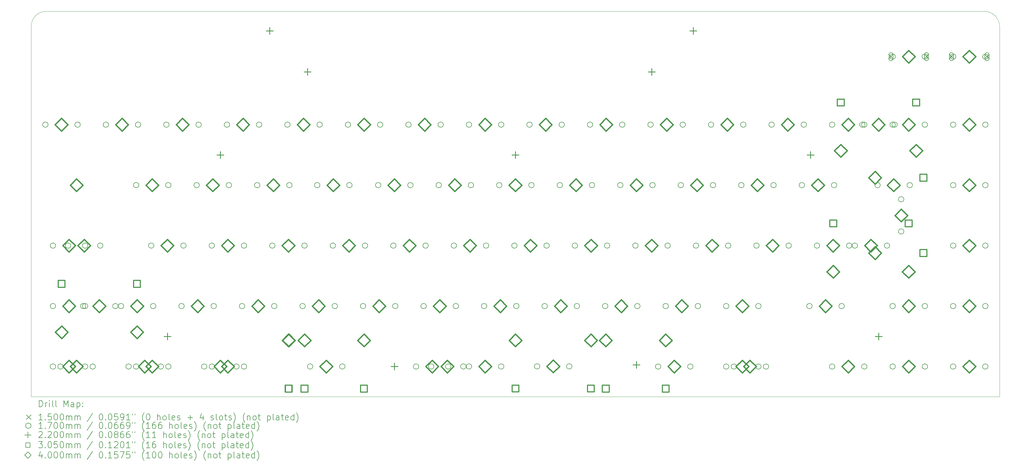
<source format=gbr>
%FSLAX45Y45*%
G04 Gerber Fmt 4.5, Leading zero omitted, Abs format (unit mm)*
G04 Created by KiCad (PCBNEW (6.0.0-0)) date 2022-10-17 22:42:57*
%MOMM*%
%LPD*%
G01*
G04 APERTURE LIST*
%TA.AperFunction,Profile*%
%ADD10C,0.100000*%
%TD*%
%ADD11C,0.200000*%
%ADD12C,0.150000*%
%ADD13C,0.170000*%
%ADD14C,0.220000*%
%ADD15C,0.305000*%
%ADD16C,0.400000*%
G04 APERTURE END LIST*
D10*
X5730000Y-3581250D02*
G75*
G03*
X5252500Y-4058750I0J-477500D01*
G01*
X5252500Y-15757500D02*
X35812500Y-15757500D01*
X5252500Y-4058750D02*
X5252500Y-15757500D01*
X35335000Y-3581250D02*
X5730000Y-3581250D01*
X35812500Y-15757500D02*
X35812500Y-4058750D01*
X35812500Y-4058750D02*
G75*
G03*
X35335000Y-3581250I-477500J0D01*
G01*
D11*
D12*
X32312500Y-4938750D02*
X32462500Y-5088750D01*
X32462500Y-4938750D02*
X32312500Y-5088750D01*
D11*
X32322500Y-4948750D02*
X32322500Y-5078750D01*
X32452500Y-4948750D02*
X32452500Y-5078750D01*
X32322500Y-5078750D02*
G75*
G03*
X32452500Y-5078750I65000J0D01*
G01*
X32452500Y-4948750D02*
G75*
G03*
X32322500Y-4948750I-65000J0D01*
G01*
D12*
X33432500Y-4938750D02*
X33582500Y-5088750D01*
X33582500Y-4938750D02*
X33432500Y-5088750D01*
D11*
X33442500Y-4948750D02*
X33442500Y-5078750D01*
X33572500Y-4948750D02*
X33572500Y-5078750D01*
X33442500Y-5078750D02*
G75*
G03*
X33572500Y-5078750I65000J0D01*
G01*
X33572500Y-4948750D02*
G75*
G03*
X33442500Y-4948750I-65000J0D01*
G01*
D12*
X34222500Y-4938750D02*
X34372500Y-5088750D01*
X34372500Y-4938750D02*
X34222500Y-5088750D01*
D11*
X34232500Y-4948750D02*
X34232500Y-5078750D01*
X34362500Y-4948750D02*
X34362500Y-5078750D01*
X34232500Y-5078750D02*
G75*
G03*
X34362500Y-5078750I65000J0D01*
G01*
X34362500Y-4948750D02*
G75*
G03*
X34232500Y-4948750I-65000J0D01*
G01*
D12*
X35342500Y-4938750D02*
X35492500Y-5088750D01*
X35492500Y-4938750D02*
X35342500Y-5088750D01*
D11*
X35352500Y-4948750D02*
X35352500Y-5078750D01*
X35482500Y-4948750D02*
X35482500Y-5078750D01*
X35352500Y-5078750D02*
G75*
G03*
X35482500Y-5078750I65000J0D01*
G01*
X35482500Y-4948750D02*
G75*
G03*
X35352500Y-4948750I-65000J0D01*
G01*
D13*
X5784500Y-7162500D02*
G75*
G03*
X5784500Y-7162500I-85000J0D01*
G01*
X6023250Y-10982500D02*
G75*
G03*
X6023250Y-10982500I-85000J0D01*
G01*
X6023250Y-12892500D02*
G75*
G03*
X6023250Y-12892500I-85000J0D01*
G01*
X6023250Y-14802500D02*
G75*
G03*
X6023250Y-14802500I-85000J0D01*
G01*
X6262000Y-14802500D02*
G75*
G03*
X6262000Y-14802500I-85000J0D01*
G01*
X6500750Y-10982500D02*
G75*
G03*
X6500750Y-10982500I-85000J0D01*
G01*
X6800500Y-7162500D02*
G75*
G03*
X6800500Y-7162500I-85000J0D01*
G01*
X6978250Y-12892500D02*
G75*
G03*
X6978250Y-12892500I-85000J0D01*
G01*
X7039250Y-10982500D02*
G75*
G03*
X7039250Y-10982500I-85000J0D01*
G01*
X7039250Y-12892500D02*
G75*
G03*
X7039250Y-12892500I-85000J0D01*
G01*
X7039250Y-14802500D02*
G75*
G03*
X7039250Y-14802500I-85000J0D01*
G01*
X7278000Y-14802500D02*
G75*
G03*
X7278000Y-14802500I-85000J0D01*
G01*
X7516750Y-10982500D02*
G75*
G03*
X7516750Y-10982500I-85000J0D01*
G01*
X7694500Y-7162500D02*
G75*
G03*
X7694500Y-7162500I-85000J0D01*
G01*
X7994250Y-12892500D02*
G75*
G03*
X7994250Y-12892500I-85000J0D01*
G01*
X8172000Y-12892500D02*
G75*
G03*
X8172000Y-12892500I-85000J0D01*
G01*
X8410750Y-14802500D02*
G75*
G03*
X8410750Y-14802500I-85000J0D01*
G01*
X8649500Y-9072500D02*
G75*
G03*
X8649500Y-9072500I-85000J0D01*
G01*
X8649500Y-14802500D02*
G75*
G03*
X8649500Y-14802500I-85000J0D01*
G01*
X8710500Y-7162500D02*
G75*
G03*
X8710500Y-7162500I-85000J0D01*
G01*
X9127000Y-10982500D02*
G75*
G03*
X9127000Y-10982500I-85000J0D01*
G01*
X9188000Y-12892500D02*
G75*
G03*
X9188000Y-12892500I-85000J0D01*
G01*
X9426750Y-14802500D02*
G75*
G03*
X9426750Y-14802500I-85000J0D01*
G01*
X9604500Y-7162500D02*
G75*
G03*
X9604500Y-7162500I-85000J0D01*
G01*
X9665500Y-9072500D02*
G75*
G03*
X9665500Y-9072500I-85000J0D01*
G01*
X9665500Y-14802500D02*
G75*
G03*
X9665500Y-14802500I-85000J0D01*
G01*
X10082000Y-12892500D02*
G75*
G03*
X10082000Y-12892500I-85000J0D01*
G01*
X10143000Y-10982500D02*
G75*
G03*
X10143000Y-10982500I-85000J0D01*
G01*
X10559500Y-9072500D02*
G75*
G03*
X10559500Y-9072500I-85000J0D01*
G01*
X10620500Y-7162500D02*
G75*
G03*
X10620500Y-7162500I-85000J0D01*
G01*
X10798875Y-14802500D02*
G75*
G03*
X10798875Y-14802500I-85000J0D01*
G01*
X11037000Y-10982500D02*
G75*
G03*
X11037000Y-10982500I-85000J0D01*
G01*
X11037000Y-14802500D02*
G75*
G03*
X11037000Y-14802500I-85000J0D01*
G01*
X11098000Y-12892500D02*
G75*
G03*
X11098000Y-12892500I-85000J0D01*
G01*
X11514500Y-7162500D02*
G75*
G03*
X11514500Y-7162500I-85000J0D01*
G01*
X11575500Y-9072500D02*
G75*
G03*
X11575500Y-9072500I-85000J0D01*
G01*
X11814875Y-14802500D02*
G75*
G03*
X11814875Y-14802500I-85000J0D01*
G01*
X11992000Y-12892500D02*
G75*
G03*
X11992000Y-12892500I-85000J0D01*
G01*
X12053000Y-10982500D02*
G75*
G03*
X12053000Y-10982500I-85000J0D01*
G01*
X12053000Y-14802500D02*
G75*
G03*
X12053000Y-14802500I-85000J0D01*
G01*
X12469500Y-9072500D02*
G75*
G03*
X12469500Y-9072500I-85000J0D01*
G01*
X12530500Y-7162500D02*
G75*
G03*
X12530500Y-7162500I-85000J0D01*
G01*
X12947000Y-10982500D02*
G75*
G03*
X12947000Y-10982500I-85000J0D01*
G01*
X13008000Y-12892500D02*
G75*
G03*
X13008000Y-12892500I-85000J0D01*
G01*
X13424500Y-7162500D02*
G75*
G03*
X13424500Y-7162500I-85000J0D01*
G01*
X13485500Y-9072500D02*
G75*
G03*
X13485500Y-9072500I-85000J0D01*
G01*
X13902000Y-12892500D02*
G75*
G03*
X13902000Y-12892500I-85000J0D01*
G01*
X13963000Y-10982500D02*
G75*
G03*
X13963000Y-10982500I-85000J0D01*
G01*
X14140750Y-14800000D02*
G75*
G03*
X14140750Y-14800000I-85000J0D01*
G01*
X14364250Y-9072500D02*
G75*
G03*
X14364250Y-9072500I-85000J0D01*
G01*
X14440500Y-7162500D02*
G75*
G03*
X14440500Y-7162500I-85000J0D01*
G01*
X14857000Y-10982500D02*
G75*
G03*
X14857000Y-10982500I-85000J0D01*
G01*
X14918000Y-12892500D02*
G75*
G03*
X14918000Y-12892500I-85000J0D01*
G01*
X15156750Y-14800000D02*
G75*
G03*
X15156750Y-14800000I-85000J0D01*
G01*
X15334500Y-7162500D02*
G75*
G03*
X15334500Y-7162500I-85000J0D01*
G01*
X15380250Y-9072500D02*
G75*
G03*
X15380250Y-9072500I-85000J0D01*
G01*
X15812000Y-12892500D02*
G75*
G03*
X15812000Y-12892500I-85000J0D01*
G01*
X15873000Y-10982500D02*
G75*
G03*
X15873000Y-10982500I-85000J0D01*
G01*
X16289500Y-9072500D02*
G75*
G03*
X16289500Y-9072500I-85000J0D01*
G01*
X16350500Y-7162500D02*
G75*
G03*
X16350500Y-7162500I-85000J0D01*
G01*
X16767000Y-10982500D02*
G75*
G03*
X16767000Y-10982500I-85000J0D01*
G01*
X16828000Y-12892500D02*
G75*
G03*
X16828000Y-12892500I-85000J0D01*
G01*
X17244500Y-7162500D02*
G75*
G03*
X17244500Y-7162500I-85000J0D01*
G01*
X17305500Y-9072500D02*
G75*
G03*
X17305500Y-9072500I-85000J0D01*
G01*
X17483250Y-14802500D02*
G75*
G03*
X17483250Y-14802500I-85000J0D01*
G01*
X17722000Y-12892500D02*
G75*
G03*
X17722000Y-12892500I-85000J0D01*
G01*
X17783000Y-10982500D02*
G75*
G03*
X17783000Y-10982500I-85000J0D01*
G01*
X17960750Y-14800000D02*
G75*
G03*
X17960750Y-14800000I-85000J0D01*
G01*
X18199500Y-9072500D02*
G75*
G03*
X18199500Y-9072500I-85000J0D01*
G01*
X18260500Y-7162500D02*
G75*
G03*
X18260500Y-7162500I-85000J0D01*
G01*
X18499250Y-14802500D02*
G75*
G03*
X18499250Y-14802500I-85000J0D01*
G01*
X18677000Y-10982500D02*
G75*
G03*
X18677000Y-10982500I-85000J0D01*
G01*
X18738000Y-12892500D02*
G75*
G03*
X18738000Y-12892500I-85000J0D01*
G01*
X18976750Y-14800000D02*
G75*
G03*
X18976750Y-14800000I-85000J0D01*
G01*
X19154500Y-7162500D02*
G75*
G03*
X19154500Y-7162500I-85000J0D01*
G01*
X19154500Y-14800000D02*
G75*
G03*
X19154500Y-14800000I-85000J0D01*
G01*
X19215500Y-9072500D02*
G75*
G03*
X19215500Y-9072500I-85000J0D01*
G01*
X19632000Y-12892500D02*
G75*
G03*
X19632000Y-12892500I-85000J0D01*
G01*
X19693000Y-10982500D02*
G75*
G03*
X19693000Y-10982500I-85000J0D01*
G01*
X20109500Y-9072500D02*
G75*
G03*
X20109500Y-9072500I-85000J0D01*
G01*
X20170500Y-7162500D02*
G75*
G03*
X20170500Y-7162500I-85000J0D01*
G01*
X20170500Y-14800000D02*
G75*
G03*
X20170500Y-14800000I-85000J0D01*
G01*
X20587000Y-10982500D02*
G75*
G03*
X20587000Y-10982500I-85000J0D01*
G01*
X20648000Y-12892500D02*
G75*
G03*
X20648000Y-12892500I-85000J0D01*
G01*
X21064500Y-7162500D02*
G75*
G03*
X21064500Y-7162500I-85000J0D01*
G01*
X21125500Y-9072500D02*
G75*
G03*
X21125500Y-9072500I-85000J0D01*
G01*
X21303250Y-14797000D02*
G75*
G03*
X21303250Y-14797000I-85000J0D01*
G01*
X21542000Y-12892500D02*
G75*
G03*
X21542000Y-12892500I-85000J0D01*
G01*
X21603000Y-10982500D02*
G75*
G03*
X21603000Y-10982500I-85000J0D01*
G01*
X22019500Y-9072500D02*
G75*
G03*
X22019500Y-9072500I-85000J0D01*
G01*
X22080500Y-7162500D02*
G75*
G03*
X22080500Y-7162500I-85000J0D01*
G01*
X22319250Y-14797000D02*
G75*
G03*
X22319250Y-14797000I-85000J0D01*
G01*
X22497000Y-10982500D02*
G75*
G03*
X22497000Y-10982500I-85000J0D01*
G01*
X22558000Y-12892500D02*
G75*
G03*
X22558000Y-12892500I-85000J0D01*
G01*
X22974500Y-7162500D02*
G75*
G03*
X22974500Y-7162500I-85000J0D01*
G01*
X23035500Y-9072500D02*
G75*
G03*
X23035500Y-9072500I-85000J0D01*
G01*
X23452000Y-12892500D02*
G75*
G03*
X23452000Y-12892500I-85000J0D01*
G01*
X23513000Y-10982500D02*
G75*
G03*
X23513000Y-10982500I-85000J0D01*
G01*
X23929500Y-9072500D02*
G75*
G03*
X23929500Y-9072500I-85000J0D01*
G01*
X23990500Y-7162500D02*
G75*
G03*
X23990500Y-7162500I-85000J0D01*
G01*
X24407000Y-10982500D02*
G75*
G03*
X24407000Y-10982500I-85000J0D01*
G01*
X24468000Y-12892500D02*
G75*
G03*
X24468000Y-12892500I-85000J0D01*
G01*
X24884500Y-7162500D02*
G75*
G03*
X24884500Y-7162500I-85000J0D01*
G01*
X24945500Y-9072500D02*
G75*
G03*
X24945500Y-9072500I-85000J0D01*
G01*
X25123250Y-14802500D02*
G75*
G03*
X25123250Y-14802500I-85000J0D01*
G01*
X25362000Y-12892500D02*
G75*
G03*
X25362000Y-12892500I-85000J0D01*
G01*
X25423000Y-10982500D02*
G75*
G03*
X25423000Y-10982500I-85000J0D01*
G01*
X25839500Y-9072500D02*
G75*
G03*
X25839500Y-9072500I-85000J0D01*
G01*
X25900500Y-7162500D02*
G75*
G03*
X25900500Y-7162500I-85000J0D01*
G01*
X26139250Y-14802500D02*
G75*
G03*
X26139250Y-14802500I-85000J0D01*
G01*
X26317000Y-10982500D02*
G75*
G03*
X26317000Y-10982500I-85000J0D01*
G01*
X26378000Y-12892500D02*
G75*
G03*
X26378000Y-12892500I-85000J0D01*
G01*
X26794500Y-7162500D02*
G75*
G03*
X26794500Y-7162500I-85000J0D01*
G01*
X26855500Y-9072500D02*
G75*
G03*
X26855500Y-9072500I-85000J0D01*
G01*
X27272000Y-12892500D02*
G75*
G03*
X27272000Y-12892500I-85000J0D01*
G01*
X27272000Y-14802500D02*
G75*
G03*
X27272000Y-14802500I-85000J0D01*
G01*
X27333000Y-10982500D02*
G75*
G03*
X27333000Y-10982500I-85000J0D01*
G01*
X27510750Y-14802500D02*
G75*
G03*
X27510750Y-14802500I-85000J0D01*
G01*
X27749500Y-9072500D02*
G75*
G03*
X27749500Y-9072500I-85000J0D01*
G01*
X27810500Y-7162500D02*
G75*
G03*
X27810500Y-7162500I-85000J0D01*
G01*
X28227000Y-10982500D02*
G75*
G03*
X28227000Y-10982500I-85000J0D01*
G01*
X28288000Y-12892500D02*
G75*
G03*
X28288000Y-12892500I-85000J0D01*
G01*
X28288000Y-14802500D02*
G75*
G03*
X28288000Y-14802500I-85000J0D01*
G01*
X28526750Y-14802500D02*
G75*
G03*
X28526750Y-14802500I-85000J0D01*
G01*
X28704500Y-7162500D02*
G75*
G03*
X28704500Y-7162500I-85000J0D01*
G01*
X28765500Y-9072500D02*
G75*
G03*
X28765500Y-9072500I-85000J0D01*
G01*
X29243000Y-10982500D02*
G75*
G03*
X29243000Y-10982500I-85000J0D01*
G01*
X29659500Y-9072500D02*
G75*
G03*
X29659500Y-9072500I-85000J0D01*
G01*
X29720500Y-7162500D02*
G75*
G03*
X29720500Y-7162500I-85000J0D01*
G01*
X29898250Y-12892500D02*
G75*
G03*
X29898250Y-12892500I-85000J0D01*
G01*
X30137000Y-10982500D02*
G75*
G03*
X30137000Y-10982500I-85000J0D01*
G01*
X30614500Y-7162500D02*
G75*
G03*
X30614500Y-7162500I-85000J0D01*
G01*
X30614500Y-14802500D02*
G75*
G03*
X30614500Y-14802500I-85000J0D01*
G01*
X30675500Y-9072500D02*
G75*
G03*
X30675500Y-9072500I-85000J0D01*
G01*
X30914250Y-12892500D02*
G75*
G03*
X30914250Y-12892500I-85000J0D01*
G01*
X31153000Y-10982500D02*
G75*
G03*
X31153000Y-10982500I-85000J0D01*
G01*
X31330750Y-10982500D02*
G75*
G03*
X31330750Y-10982500I-85000J0D01*
G01*
X31569500Y-7162500D02*
G75*
G03*
X31569500Y-7162500I-85000J0D01*
G01*
X31630500Y-7162500D02*
G75*
G03*
X31630500Y-7162500I-85000J0D01*
G01*
X31630500Y-14802500D02*
G75*
G03*
X31630500Y-14802500I-85000J0D01*
G01*
X32047000Y-9072500D02*
G75*
G03*
X32047000Y-9072500I-85000J0D01*
G01*
X32346750Y-10982500D02*
G75*
G03*
X32346750Y-10982500I-85000J0D01*
G01*
X32524500Y-5013750D02*
G75*
G03*
X32524500Y-5013750I-85000J0D01*
G01*
X32524500Y-7162500D02*
G75*
G03*
X32524500Y-7162500I-85000J0D01*
G01*
X32524500Y-12892500D02*
G75*
G03*
X32524500Y-12892500I-85000J0D01*
G01*
X32524500Y-14802500D02*
G75*
G03*
X32524500Y-14802500I-85000J0D01*
G01*
X32585500Y-7162500D02*
G75*
G03*
X32585500Y-7162500I-85000J0D01*
G01*
X32793750Y-9519500D02*
G75*
G03*
X32793750Y-9519500I-85000J0D01*
G01*
X32793750Y-10535500D02*
G75*
G03*
X32793750Y-10535500I-85000J0D01*
G01*
X33063000Y-9072500D02*
G75*
G03*
X33063000Y-9072500I-85000J0D01*
G01*
X33540500Y-5013750D02*
G75*
G03*
X33540500Y-5013750I-85000J0D01*
G01*
X33540500Y-7162500D02*
G75*
G03*
X33540500Y-7162500I-85000J0D01*
G01*
X33540500Y-12892500D02*
G75*
G03*
X33540500Y-12892500I-85000J0D01*
G01*
X33540500Y-14802500D02*
G75*
G03*
X33540500Y-14802500I-85000J0D01*
G01*
X34434500Y-5013750D02*
G75*
G03*
X34434500Y-5013750I-85000J0D01*
G01*
X34434500Y-7162500D02*
G75*
G03*
X34434500Y-7162500I-85000J0D01*
G01*
X34434500Y-9072500D02*
G75*
G03*
X34434500Y-9072500I-85000J0D01*
G01*
X34434500Y-10982500D02*
G75*
G03*
X34434500Y-10982500I-85000J0D01*
G01*
X34434500Y-12892500D02*
G75*
G03*
X34434500Y-12892500I-85000J0D01*
G01*
X34434500Y-14802500D02*
G75*
G03*
X34434500Y-14802500I-85000J0D01*
G01*
X35450500Y-5013750D02*
G75*
G03*
X35450500Y-5013750I-85000J0D01*
G01*
X35450500Y-7162500D02*
G75*
G03*
X35450500Y-7162500I-85000J0D01*
G01*
X35450500Y-9072500D02*
G75*
G03*
X35450500Y-9072500I-85000J0D01*
G01*
X35450500Y-10982500D02*
G75*
G03*
X35450500Y-10982500I-85000J0D01*
G01*
X35450500Y-12892500D02*
G75*
G03*
X35450500Y-12892500I-85000J0D01*
G01*
X35450500Y-14802500D02*
G75*
G03*
X35450500Y-14802500I-85000J0D01*
G01*
D14*
X9550000Y-13738000D02*
X9550000Y-13958000D01*
X9440000Y-13848000D02*
X9660000Y-13848000D01*
X11221250Y-8007500D02*
X11221250Y-8227500D01*
X11111250Y-8117500D02*
X11331250Y-8117500D01*
X12775000Y-4092000D02*
X12775000Y-4312000D01*
X12665000Y-4202000D02*
X12885000Y-4202000D01*
X13968000Y-5386000D02*
X13968000Y-5606000D01*
X13858000Y-5496000D02*
X14078000Y-5496000D01*
X16712500Y-14692500D02*
X16712500Y-14912500D01*
X16602500Y-14802500D02*
X16822500Y-14802500D01*
X20532500Y-8007500D02*
X20532500Y-8227500D01*
X20422500Y-8117500D02*
X20642500Y-8117500D01*
X24352500Y-14636200D02*
X24352500Y-14856200D01*
X24242500Y-14746200D02*
X24462500Y-14746200D01*
X24830000Y-5381250D02*
X24830000Y-5601250D01*
X24720000Y-5491250D02*
X24940000Y-5491250D01*
X26146000Y-4092000D02*
X26146000Y-4312000D01*
X26036000Y-4202000D02*
X26256000Y-4202000D01*
X29843750Y-8007500D02*
X29843750Y-8227500D01*
X29733750Y-8117500D02*
X29953750Y-8117500D01*
X31992500Y-13737500D02*
X31992500Y-13957500D01*
X31882500Y-13847500D02*
X32102500Y-13847500D01*
D15*
X6319085Y-12300335D02*
X6319085Y-12084665D01*
X6103415Y-12084665D01*
X6103415Y-12300335D01*
X6319085Y-12300335D01*
X8699085Y-12300335D02*
X8699085Y-12084665D01*
X8483415Y-12084665D01*
X8483415Y-12300335D01*
X8699085Y-12300335D01*
X13481585Y-15607835D02*
X13481585Y-15392165D01*
X13265915Y-15392165D01*
X13265915Y-15607835D01*
X13481585Y-15607835D01*
X13491585Y-15607835D02*
X13491585Y-15392165D01*
X13275915Y-15392165D01*
X13275915Y-15607835D01*
X13491585Y-15607835D01*
X13985335Y-15607835D02*
X13985335Y-15392165D01*
X13769665Y-15392165D01*
X13769665Y-15607835D01*
X13985335Y-15607835D01*
X15861585Y-15607835D02*
X15861585Y-15392165D01*
X15645915Y-15392165D01*
X15645915Y-15607835D01*
X15861585Y-15607835D01*
X20644085Y-15604835D02*
X20644085Y-15389165D01*
X20428415Y-15389165D01*
X20428415Y-15604835D01*
X20644085Y-15604835D01*
X23024085Y-15604835D02*
X23024085Y-15389165D01*
X22808415Y-15389165D01*
X22808415Y-15604835D01*
X23024085Y-15604835D01*
X23491585Y-15607835D02*
X23491585Y-15392165D01*
X23275915Y-15392165D01*
X23275915Y-15607835D01*
X23491585Y-15607835D01*
X25385335Y-15607835D02*
X25385335Y-15392165D01*
X25169665Y-15392165D01*
X25169665Y-15607835D01*
X25385335Y-15607835D01*
X30671585Y-10390335D02*
X30671585Y-10174665D01*
X30455915Y-10174665D01*
X30455915Y-10390335D01*
X30671585Y-10390335D01*
X30910335Y-6570335D02*
X30910335Y-6354665D01*
X30694665Y-6354665D01*
X30694665Y-6570335D01*
X30910335Y-6570335D01*
X33051585Y-10390335D02*
X33051585Y-10174665D01*
X32835915Y-10174665D01*
X32835915Y-10390335D01*
X33051585Y-10390335D01*
X33290335Y-6570335D02*
X33290335Y-6354665D01*
X33074665Y-6354665D01*
X33074665Y-6570335D01*
X33290335Y-6570335D01*
X33516585Y-8945335D02*
X33516585Y-8729665D01*
X33300915Y-8729665D01*
X33300915Y-8945335D01*
X33516585Y-8945335D01*
X33516585Y-11325335D02*
X33516585Y-11109665D01*
X33300915Y-11109665D01*
X33300915Y-11325335D01*
X33516585Y-11325335D01*
D16*
X6207500Y-7362500D02*
X6407500Y-7162500D01*
X6207500Y-6962500D01*
X6007500Y-7162500D01*
X6207500Y-7362500D01*
X6211250Y-13916500D02*
X6411250Y-13716500D01*
X6211250Y-13516500D01*
X6011250Y-13716500D01*
X6211250Y-13916500D01*
X6446250Y-11182500D02*
X6646250Y-10982500D01*
X6446250Y-10782500D01*
X6246250Y-10982500D01*
X6446250Y-11182500D01*
X6446250Y-13092500D02*
X6646250Y-12892500D01*
X6446250Y-12692500D01*
X6246250Y-12892500D01*
X6446250Y-13092500D01*
X6446250Y-15002500D02*
X6646250Y-14802500D01*
X6446250Y-14602500D01*
X6246250Y-14802500D01*
X6446250Y-15002500D01*
X6685000Y-9272500D02*
X6885000Y-9072500D01*
X6685000Y-8872500D01*
X6485000Y-9072500D01*
X6685000Y-9272500D01*
X6685000Y-15002500D02*
X6885000Y-14802500D01*
X6685000Y-14602500D01*
X6485000Y-14802500D01*
X6685000Y-15002500D01*
X6923750Y-11182500D02*
X7123750Y-10982500D01*
X6923750Y-10782500D01*
X6723750Y-10982500D01*
X6923750Y-11182500D01*
X7401250Y-13092500D02*
X7601250Y-12892500D01*
X7401250Y-12692500D01*
X7201250Y-12892500D01*
X7401250Y-13092500D01*
X8117500Y-7362500D02*
X8317500Y-7162500D01*
X8117500Y-6962500D01*
X7917500Y-7162500D01*
X8117500Y-7362500D01*
X8591250Y-13916500D02*
X8791250Y-13716500D01*
X8591250Y-13516500D01*
X8391250Y-13716500D01*
X8591250Y-13916500D01*
X8595000Y-13092500D02*
X8795000Y-12892500D01*
X8595000Y-12692500D01*
X8395000Y-12892500D01*
X8595000Y-13092500D01*
X8833750Y-15002500D02*
X9033750Y-14802500D01*
X8833750Y-14602500D01*
X8633750Y-14802500D01*
X8833750Y-15002500D01*
X9072500Y-9272500D02*
X9272500Y-9072500D01*
X9072500Y-8872500D01*
X8872500Y-9072500D01*
X9072500Y-9272500D01*
X9072500Y-15002500D02*
X9272500Y-14802500D01*
X9072500Y-14602500D01*
X8872500Y-14802500D01*
X9072500Y-15002500D01*
X9550000Y-11182500D02*
X9750000Y-10982500D01*
X9550000Y-10782500D01*
X9350000Y-10982500D01*
X9550000Y-11182500D01*
X10027500Y-7362500D02*
X10227500Y-7162500D01*
X10027500Y-6962500D01*
X9827500Y-7162500D01*
X10027500Y-7362500D01*
X10505000Y-13092500D02*
X10705000Y-12892500D01*
X10505000Y-12692500D01*
X10305000Y-12892500D01*
X10505000Y-13092500D01*
X10982500Y-9272500D02*
X11182500Y-9072500D01*
X10982500Y-8872500D01*
X10782500Y-9072500D01*
X10982500Y-9272500D01*
X11221875Y-15002500D02*
X11421875Y-14802500D01*
X11221875Y-14602500D01*
X11021875Y-14802500D01*
X11221875Y-15002500D01*
X11460000Y-11182500D02*
X11660000Y-10982500D01*
X11460000Y-10782500D01*
X11260000Y-10982500D01*
X11460000Y-11182500D01*
X11460000Y-15002500D02*
X11660000Y-14802500D01*
X11460000Y-14602500D01*
X11260000Y-14802500D01*
X11460000Y-15002500D01*
X11937500Y-7362500D02*
X12137500Y-7162500D01*
X11937500Y-6962500D01*
X11737500Y-7162500D01*
X11937500Y-7362500D01*
X12415000Y-13092500D02*
X12615000Y-12892500D01*
X12415000Y-12692500D01*
X12215000Y-12892500D01*
X12415000Y-13092500D01*
X12892500Y-9272500D02*
X13092500Y-9072500D01*
X12892500Y-8872500D01*
X12692500Y-9072500D01*
X12892500Y-9272500D01*
X13370000Y-11182500D02*
X13570000Y-10982500D01*
X13370000Y-10782500D01*
X13170000Y-10982500D01*
X13370000Y-11182500D01*
X13373750Y-14176000D02*
X13573750Y-13976000D01*
X13373750Y-13776000D01*
X13173750Y-13976000D01*
X13373750Y-14176000D01*
X13383750Y-14176000D02*
X13583750Y-13976000D01*
X13383750Y-13776000D01*
X13183750Y-13976000D01*
X13383750Y-14176000D01*
X13847500Y-7362500D02*
X14047500Y-7162500D01*
X13847500Y-6962500D01*
X13647500Y-7162500D01*
X13847500Y-7362500D01*
X13877500Y-14176000D02*
X14077500Y-13976000D01*
X13877500Y-13776000D01*
X13677500Y-13976000D01*
X13877500Y-14176000D01*
X14325000Y-13092500D02*
X14525000Y-12892500D01*
X14325000Y-12692500D01*
X14125000Y-12892500D01*
X14325000Y-13092500D01*
X14563750Y-15000000D02*
X14763750Y-14800000D01*
X14563750Y-14600000D01*
X14363750Y-14800000D01*
X14563750Y-15000000D01*
X14787250Y-9272500D02*
X14987250Y-9072500D01*
X14787250Y-8872500D01*
X14587250Y-9072500D01*
X14787250Y-9272500D01*
X15280000Y-11182500D02*
X15480000Y-10982500D01*
X15280000Y-10782500D01*
X15080000Y-10982500D01*
X15280000Y-11182500D01*
X15753750Y-14176000D02*
X15953750Y-13976000D01*
X15753750Y-13776000D01*
X15553750Y-13976000D01*
X15753750Y-14176000D01*
X15757500Y-7362500D02*
X15957500Y-7162500D01*
X15757500Y-6962500D01*
X15557500Y-7162500D01*
X15757500Y-7362500D01*
X16235000Y-13092500D02*
X16435000Y-12892500D01*
X16235000Y-12692500D01*
X16035000Y-12892500D01*
X16235000Y-13092500D01*
X16712500Y-9272500D02*
X16912500Y-9072500D01*
X16712500Y-8872500D01*
X16512500Y-9072500D01*
X16712500Y-9272500D01*
X17190000Y-11182500D02*
X17390000Y-10982500D01*
X17190000Y-10782500D01*
X16990000Y-10982500D01*
X17190000Y-11182500D01*
X17667500Y-7362500D02*
X17867500Y-7162500D01*
X17667500Y-6962500D01*
X17467500Y-7162500D01*
X17667500Y-7362500D01*
X17906250Y-15002500D02*
X18106250Y-14802500D01*
X17906250Y-14602500D01*
X17706250Y-14802500D01*
X17906250Y-15002500D01*
X18145000Y-13092500D02*
X18345000Y-12892500D01*
X18145000Y-12692500D01*
X17945000Y-12892500D01*
X18145000Y-13092500D01*
X18383750Y-15000000D02*
X18583750Y-14800000D01*
X18383750Y-14600000D01*
X18183750Y-14800000D01*
X18383750Y-15000000D01*
X18622500Y-9272500D02*
X18822500Y-9072500D01*
X18622500Y-8872500D01*
X18422500Y-9072500D01*
X18622500Y-9272500D01*
X19100000Y-11182500D02*
X19300000Y-10982500D01*
X19100000Y-10782500D01*
X18900000Y-10982500D01*
X19100000Y-11182500D01*
X19577500Y-7362500D02*
X19777500Y-7162500D01*
X19577500Y-6962500D01*
X19377500Y-7162500D01*
X19577500Y-7362500D01*
X19577500Y-15000000D02*
X19777500Y-14800000D01*
X19577500Y-14600000D01*
X19377500Y-14800000D01*
X19577500Y-15000000D01*
X20055000Y-13092500D02*
X20255000Y-12892500D01*
X20055000Y-12692500D01*
X19855000Y-12892500D01*
X20055000Y-13092500D01*
X20532500Y-9272500D02*
X20732500Y-9072500D01*
X20532500Y-8872500D01*
X20332500Y-9072500D01*
X20532500Y-9272500D01*
X20536250Y-14173000D02*
X20736250Y-13973000D01*
X20536250Y-13773000D01*
X20336250Y-13973000D01*
X20536250Y-14173000D01*
X21010000Y-11182500D02*
X21210000Y-10982500D01*
X21010000Y-10782500D01*
X20810000Y-10982500D01*
X21010000Y-11182500D01*
X21487500Y-7362500D02*
X21687500Y-7162500D01*
X21487500Y-6962500D01*
X21287500Y-7162500D01*
X21487500Y-7362500D01*
X21726250Y-14997000D02*
X21926250Y-14797000D01*
X21726250Y-14597000D01*
X21526250Y-14797000D01*
X21726250Y-14997000D01*
X21965000Y-13092500D02*
X22165000Y-12892500D01*
X21965000Y-12692500D01*
X21765000Y-12892500D01*
X21965000Y-13092500D01*
X22442500Y-9272500D02*
X22642500Y-9072500D01*
X22442500Y-8872500D01*
X22242500Y-9072500D01*
X22442500Y-9272500D01*
X22916250Y-14173000D02*
X23116250Y-13973000D01*
X22916250Y-13773000D01*
X22716250Y-13973000D01*
X22916250Y-14173000D01*
X22920000Y-11182500D02*
X23120000Y-10982500D01*
X22920000Y-10782500D01*
X22720000Y-10982500D01*
X22920000Y-11182500D01*
X23383750Y-14176000D02*
X23583750Y-13976000D01*
X23383750Y-13776000D01*
X23183750Y-13976000D01*
X23383750Y-14176000D01*
X23397500Y-7362500D02*
X23597500Y-7162500D01*
X23397500Y-6962500D01*
X23197500Y-7162500D01*
X23397500Y-7362500D01*
X23875000Y-13092500D02*
X24075000Y-12892500D01*
X23875000Y-12692500D01*
X23675000Y-12892500D01*
X23875000Y-13092500D01*
X24352500Y-9272500D02*
X24552500Y-9072500D01*
X24352500Y-8872500D01*
X24152500Y-9072500D01*
X24352500Y-9272500D01*
X24830000Y-11182500D02*
X25030000Y-10982500D01*
X24830000Y-10782500D01*
X24630000Y-10982500D01*
X24830000Y-11182500D01*
X25277500Y-14176000D02*
X25477500Y-13976000D01*
X25277500Y-13776000D01*
X25077500Y-13976000D01*
X25277500Y-14176000D01*
X25307500Y-7362500D02*
X25507500Y-7162500D01*
X25307500Y-6962500D01*
X25107500Y-7162500D01*
X25307500Y-7362500D01*
X25546250Y-15002500D02*
X25746250Y-14802500D01*
X25546250Y-14602500D01*
X25346250Y-14802500D01*
X25546250Y-15002500D01*
X25785000Y-13092500D02*
X25985000Y-12892500D01*
X25785000Y-12692500D01*
X25585000Y-12892500D01*
X25785000Y-13092500D01*
X26262500Y-9272500D02*
X26462500Y-9072500D01*
X26262500Y-8872500D01*
X26062500Y-9072500D01*
X26262500Y-9272500D01*
X26740000Y-11182500D02*
X26940000Y-10982500D01*
X26740000Y-10782500D01*
X26540000Y-10982500D01*
X26740000Y-11182500D01*
X27217500Y-7362500D02*
X27417500Y-7162500D01*
X27217500Y-6962500D01*
X27017500Y-7162500D01*
X27217500Y-7362500D01*
X27695000Y-13092500D02*
X27895000Y-12892500D01*
X27695000Y-12692500D01*
X27495000Y-12892500D01*
X27695000Y-13092500D01*
X27695000Y-15002500D02*
X27895000Y-14802500D01*
X27695000Y-14602500D01*
X27495000Y-14802500D01*
X27695000Y-15002500D01*
X27933750Y-15002500D02*
X28133750Y-14802500D01*
X27933750Y-14602500D01*
X27733750Y-14802500D01*
X27933750Y-15002500D01*
X28172500Y-9272500D02*
X28372500Y-9072500D01*
X28172500Y-8872500D01*
X27972500Y-9072500D01*
X28172500Y-9272500D01*
X28650000Y-11182500D02*
X28850000Y-10982500D01*
X28650000Y-10782500D01*
X28450000Y-10982500D01*
X28650000Y-11182500D01*
X29127500Y-7362500D02*
X29327500Y-7162500D01*
X29127500Y-6962500D01*
X28927500Y-7162500D01*
X29127500Y-7362500D01*
X30082500Y-9272500D02*
X30282500Y-9072500D01*
X30082500Y-8872500D01*
X29882500Y-9072500D01*
X30082500Y-9272500D01*
X30321250Y-13092500D02*
X30521250Y-12892500D01*
X30321250Y-12692500D01*
X30121250Y-12892500D01*
X30321250Y-13092500D01*
X30560000Y-11182500D02*
X30760000Y-10982500D01*
X30560000Y-10782500D01*
X30360000Y-10982500D01*
X30560000Y-11182500D01*
X30563750Y-12006500D02*
X30763750Y-11806500D01*
X30563750Y-11606500D01*
X30363750Y-11806500D01*
X30563750Y-12006500D01*
X30802500Y-8186500D02*
X31002500Y-7986500D01*
X30802500Y-7786500D01*
X30602500Y-7986500D01*
X30802500Y-8186500D01*
X31037500Y-7362500D02*
X31237500Y-7162500D01*
X31037500Y-6962500D01*
X30837500Y-7162500D01*
X31037500Y-7362500D01*
X31037500Y-15002500D02*
X31237500Y-14802500D01*
X31037500Y-14602500D01*
X30837500Y-14802500D01*
X31037500Y-15002500D01*
X31753750Y-11182500D02*
X31953750Y-10982500D01*
X31753750Y-10782500D01*
X31553750Y-10982500D01*
X31753750Y-11182500D01*
X31884750Y-9037500D02*
X32084750Y-8837500D01*
X31884750Y-8637500D01*
X31684750Y-8837500D01*
X31884750Y-9037500D01*
X31884750Y-11417500D02*
X32084750Y-11217500D01*
X31884750Y-11017500D01*
X31684750Y-11217500D01*
X31884750Y-11417500D01*
X31992500Y-7362500D02*
X32192500Y-7162500D01*
X31992500Y-6962500D01*
X31792500Y-7162500D01*
X31992500Y-7362500D01*
X32470000Y-9272500D02*
X32670000Y-9072500D01*
X32470000Y-8872500D01*
X32270000Y-9072500D01*
X32470000Y-9272500D01*
X32708750Y-10227500D02*
X32908750Y-10027500D01*
X32708750Y-9827500D01*
X32508750Y-10027500D01*
X32708750Y-10227500D01*
X32943750Y-12006500D02*
X33143750Y-11806500D01*
X32943750Y-11606500D01*
X32743750Y-11806500D01*
X32943750Y-12006500D01*
X32947500Y-5213750D02*
X33147500Y-5013750D01*
X32947500Y-4813750D01*
X32747500Y-5013750D01*
X32947500Y-5213750D01*
X32947500Y-7362500D02*
X33147500Y-7162500D01*
X32947500Y-6962500D01*
X32747500Y-7162500D01*
X32947500Y-7362500D01*
X32947500Y-13092500D02*
X33147500Y-12892500D01*
X32947500Y-12692500D01*
X32747500Y-12892500D01*
X32947500Y-13092500D01*
X32947500Y-15002500D02*
X33147500Y-14802500D01*
X32947500Y-14602500D01*
X32747500Y-14802500D01*
X32947500Y-15002500D01*
X33182500Y-8186500D02*
X33382500Y-7986500D01*
X33182500Y-7786500D01*
X32982500Y-7986500D01*
X33182500Y-8186500D01*
X34857500Y-5213750D02*
X35057500Y-5013750D01*
X34857500Y-4813750D01*
X34657500Y-5013750D01*
X34857500Y-5213750D01*
X34857500Y-7362500D02*
X35057500Y-7162500D01*
X34857500Y-6962500D01*
X34657500Y-7162500D01*
X34857500Y-7362500D01*
X34857500Y-9272500D02*
X35057500Y-9072500D01*
X34857500Y-8872500D01*
X34657500Y-9072500D01*
X34857500Y-9272500D01*
X34857500Y-11182500D02*
X35057500Y-10982500D01*
X34857500Y-10782500D01*
X34657500Y-10982500D01*
X34857500Y-11182500D01*
X34857500Y-13092500D02*
X35057500Y-12892500D01*
X34857500Y-12692500D01*
X34657500Y-12892500D01*
X34857500Y-13092500D01*
X34857500Y-15002500D02*
X35057500Y-14802500D01*
X34857500Y-14602500D01*
X34657500Y-14802500D01*
X34857500Y-15002500D01*
D11*
X5505119Y-16072976D02*
X5505119Y-15872976D01*
X5552738Y-15872976D01*
X5581310Y-15882500D01*
X5600357Y-15901548D01*
X5609881Y-15920595D01*
X5619405Y-15958690D01*
X5619405Y-15987262D01*
X5609881Y-16025357D01*
X5600357Y-16044405D01*
X5581310Y-16063452D01*
X5552738Y-16072976D01*
X5505119Y-16072976D01*
X5705119Y-16072976D02*
X5705119Y-15939643D01*
X5705119Y-15977738D02*
X5714643Y-15958690D01*
X5724167Y-15949167D01*
X5743214Y-15939643D01*
X5762262Y-15939643D01*
X5828928Y-16072976D02*
X5828928Y-15939643D01*
X5828928Y-15872976D02*
X5819405Y-15882500D01*
X5828928Y-15892024D01*
X5838452Y-15882500D01*
X5828928Y-15872976D01*
X5828928Y-15892024D01*
X5952738Y-16072976D02*
X5933690Y-16063452D01*
X5924167Y-16044405D01*
X5924167Y-15872976D01*
X6057500Y-16072976D02*
X6038452Y-16063452D01*
X6028928Y-16044405D01*
X6028928Y-15872976D01*
X6286071Y-16072976D02*
X6286071Y-15872976D01*
X6352738Y-16015833D01*
X6419405Y-15872976D01*
X6419405Y-16072976D01*
X6600357Y-16072976D02*
X6600357Y-15968214D01*
X6590833Y-15949167D01*
X6571786Y-15939643D01*
X6533690Y-15939643D01*
X6514643Y-15949167D01*
X6600357Y-16063452D02*
X6581309Y-16072976D01*
X6533690Y-16072976D01*
X6514643Y-16063452D01*
X6505119Y-16044405D01*
X6505119Y-16025357D01*
X6514643Y-16006309D01*
X6533690Y-15996786D01*
X6581309Y-15996786D01*
X6600357Y-15987262D01*
X6695595Y-15939643D02*
X6695595Y-16139643D01*
X6695595Y-15949167D02*
X6714643Y-15939643D01*
X6752738Y-15939643D01*
X6771786Y-15949167D01*
X6781309Y-15958690D01*
X6790833Y-15977738D01*
X6790833Y-16034881D01*
X6781309Y-16053928D01*
X6771786Y-16063452D01*
X6752738Y-16072976D01*
X6714643Y-16072976D01*
X6695595Y-16063452D01*
X6876548Y-16053928D02*
X6886071Y-16063452D01*
X6876548Y-16072976D01*
X6867024Y-16063452D01*
X6876548Y-16053928D01*
X6876548Y-16072976D01*
X6876548Y-15949167D02*
X6886071Y-15958690D01*
X6876548Y-15968214D01*
X6867024Y-15958690D01*
X6876548Y-15949167D01*
X6876548Y-15968214D01*
D12*
X5097500Y-16327500D02*
X5247500Y-16477500D01*
X5247500Y-16327500D02*
X5097500Y-16477500D01*
D11*
X5609881Y-16492976D02*
X5495595Y-16492976D01*
X5552738Y-16492976D02*
X5552738Y-16292976D01*
X5533690Y-16321548D01*
X5514643Y-16340595D01*
X5495595Y-16350119D01*
X5695595Y-16473928D02*
X5705119Y-16483452D01*
X5695595Y-16492976D01*
X5686071Y-16483452D01*
X5695595Y-16473928D01*
X5695595Y-16492976D01*
X5886071Y-16292976D02*
X5790833Y-16292976D01*
X5781309Y-16388214D01*
X5790833Y-16378690D01*
X5809881Y-16369167D01*
X5857500Y-16369167D01*
X5876548Y-16378690D01*
X5886071Y-16388214D01*
X5895595Y-16407262D01*
X5895595Y-16454881D01*
X5886071Y-16473928D01*
X5876548Y-16483452D01*
X5857500Y-16492976D01*
X5809881Y-16492976D01*
X5790833Y-16483452D01*
X5781309Y-16473928D01*
X6019405Y-16292976D02*
X6038452Y-16292976D01*
X6057500Y-16302500D01*
X6067024Y-16312024D01*
X6076548Y-16331071D01*
X6086071Y-16369167D01*
X6086071Y-16416786D01*
X6076548Y-16454881D01*
X6067024Y-16473928D01*
X6057500Y-16483452D01*
X6038452Y-16492976D01*
X6019405Y-16492976D01*
X6000357Y-16483452D01*
X5990833Y-16473928D01*
X5981309Y-16454881D01*
X5971786Y-16416786D01*
X5971786Y-16369167D01*
X5981309Y-16331071D01*
X5990833Y-16312024D01*
X6000357Y-16302500D01*
X6019405Y-16292976D01*
X6209881Y-16292976D02*
X6228928Y-16292976D01*
X6247976Y-16302500D01*
X6257500Y-16312024D01*
X6267024Y-16331071D01*
X6276548Y-16369167D01*
X6276548Y-16416786D01*
X6267024Y-16454881D01*
X6257500Y-16473928D01*
X6247976Y-16483452D01*
X6228928Y-16492976D01*
X6209881Y-16492976D01*
X6190833Y-16483452D01*
X6181309Y-16473928D01*
X6171786Y-16454881D01*
X6162262Y-16416786D01*
X6162262Y-16369167D01*
X6171786Y-16331071D01*
X6181309Y-16312024D01*
X6190833Y-16302500D01*
X6209881Y-16292976D01*
X6362262Y-16492976D02*
X6362262Y-16359643D01*
X6362262Y-16378690D02*
X6371786Y-16369167D01*
X6390833Y-16359643D01*
X6419405Y-16359643D01*
X6438452Y-16369167D01*
X6447976Y-16388214D01*
X6447976Y-16492976D01*
X6447976Y-16388214D02*
X6457500Y-16369167D01*
X6476548Y-16359643D01*
X6505119Y-16359643D01*
X6524167Y-16369167D01*
X6533690Y-16388214D01*
X6533690Y-16492976D01*
X6628928Y-16492976D02*
X6628928Y-16359643D01*
X6628928Y-16378690D02*
X6638452Y-16369167D01*
X6657500Y-16359643D01*
X6686071Y-16359643D01*
X6705119Y-16369167D01*
X6714643Y-16388214D01*
X6714643Y-16492976D01*
X6714643Y-16388214D02*
X6724167Y-16369167D01*
X6743214Y-16359643D01*
X6771786Y-16359643D01*
X6790833Y-16369167D01*
X6800357Y-16388214D01*
X6800357Y-16492976D01*
X7190833Y-16283452D02*
X7019405Y-16540595D01*
X7447976Y-16292976D02*
X7467024Y-16292976D01*
X7486071Y-16302500D01*
X7495595Y-16312024D01*
X7505119Y-16331071D01*
X7514643Y-16369167D01*
X7514643Y-16416786D01*
X7505119Y-16454881D01*
X7495595Y-16473928D01*
X7486071Y-16483452D01*
X7467024Y-16492976D01*
X7447976Y-16492976D01*
X7428928Y-16483452D01*
X7419405Y-16473928D01*
X7409881Y-16454881D01*
X7400357Y-16416786D01*
X7400357Y-16369167D01*
X7409881Y-16331071D01*
X7419405Y-16312024D01*
X7428928Y-16302500D01*
X7447976Y-16292976D01*
X7600357Y-16473928D02*
X7609881Y-16483452D01*
X7600357Y-16492976D01*
X7590833Y-16483452D01*
X7600357Y-16473928D01*
X7600357Y-16492976D01*
X7733690Y-16292976D02*
X7752738Y-16292976D01*
X7771786Y-16302500D01*
X7781309Y-16312024D01*
X7790833Y-16331071D01*
X7800357Y-16369167D01*
X7800357Y-16416786D01*
X7790833Y-16454881D01*
X7781309Y-16473928D01*
X7771786Y-16483452D01*
X7752738Y-16492976D01*
X7733690Y-16492976D01*
X7714643Y-16483452D01*
X7705119Y-16473928D01*
X7695595Y-16454881D01*
X7686071Y-16416786D01*
X7686071Y-16369167D01*
X7695595Y-16331071D01*
X7705119Y-16312024D01*
X7714643Y-16302500D01*
X7733690Y-16292976D01*
X7981309Y-16292976D02*
X7886071Y-16292976D01*
X7876548Y-16388214D01*
X7886071Y-16378690D01*
X7905119Y-16369167D01*
X7952738Y-16369167D01*
X7971786Y-16378690D01*
X7981309Y-16388214D01*
X7990833Y-16407262D01*
X7990833Y-16454881D01*
X7981309Y-16473928D01*
X7971786Y-16483452D01*
X7952738Y-16492976D01*
X7905119Y-16492976D01*
X7886071Y-16483452D01*
X7876548Y-16473928D01*
X8086071Y-16492976D02*
X8124167Y-16492976D01*
X8143214Y-16483452D01*
X8152738Y-16473928D01*
X8171786Y-16445357D01*
X8181309Y-16407262D01*
X8181309Y-16331071D01*
X8171786Y-16312024D01*
X8162262Y-16302500D01*
X8143214Y-16292976D01*
X8105119Y-16292976D01*
X8086071Y-16302500D01*
X8076548Y-16312024D01*
X8067024Y-16331071D01*
X8067024Y-16378690D01*
X8076548Y-16397738D01*
X8086071Y-16407262D01*
X8105119Y-16416786D01*
X8143214Y-16416786D01*
X8162262Y-16407262D01*
X8171786Y-16397738D01*
X8181309Y-16378690D01*
X8371786Y-16492976D02*
X8257500Y-16492976D01*
X8314643Y-16492976D02*
X8314643Y-16292976D01*
X8295595Y-16321548D01*
X8276548Y-16340595D01*
X8257500Y-16350119D01*
X8447976Y-16292976D02*
X8447976Y-16331071D01*
X8524167Y-16292976D02*
X8524167Y-16331071D01*
X8819405Y-16569167D02*
X8809881Y-16559643D01*
X8790833Y-16531071D01*
X8781310Y-16512024D01*
X8771786Y-16483452D01*
X8762262Y-16435833D01*
X8762262Y-16397738D01*
X8771786Y-16350119D01*
X8781310Y-16321548D01*
X8790833Y-16302500D01*
X8809881Y-16273928D01*
X8819405Y-16264405D01*
X8933690Y-16292976D02*
X8952738Y-16292976D01*
X8971786Y-16302500D01*
X8981310Y-16312024D01*
X8990833Y-16331071D01*
X9000357Y-16369167D01*
X9000357Y-16416786D01*
X8990833Y-16454881D01*
X8981310Y-16473928D01*
X8971786Y-16483452D01*
X8952738Y-16492976D01*
X8933690Y-16492976D01*
X8914643Y-16483452D01*
X8905119Y-16473928D01*
X8895595Y-16454881D01*
X8886071Y-16416786D01*
X8886071Y-16369167D01*
X8895595Y-16331071D01*
X8905119Y-16312024D01*
X8914643Y-16302500D01*
X8933690Y-16292976D01*
X9238452Y-16492976D02*
X9238452Y-16292976D01*
X9324167Y-16492976D02*
X9324167Y-16388214D01*
X9314643Y-16369167D01*
X9295595Y-16359643D01*
X9267024Y-16359643D01*
X9247976Y-16369167D01*
X9238452Y-16378690D01*
X9447976Y-16492976D02*
X9428929Y-16483452D01*
X9419405Y-16473928D01*
X9409881Y-16454881D01*
X9409881Y-16397738D01*
X9419405Y-16378690D01*
X9428929Y-16369167D01*
X9447976Y-16359643D01*
X9476548Y-16359643D01*
X9495595Y-16369167D01*
X9505119Y-16378690D01*
X9514643Y-16397738D01*
X9514643Y-16454881D01*
X9505119Y-16473928D01*
X9495595Y-16483452D01*
X9476548Y-16492976D01*
X9447976Y-16492976D01*
X9628929Y-16492976D02*
X9609881Y-16483452D01*
X9600357Y-16464405D01*
X9600357Y-16292976D01*
X9781310Y-16483452D02*
X9762262Y-16492976D01*
X9724167Y-16492976D01*
X9705119Y-16483452D01*
X9695595Y-16464405D01*
X9695595Y-16388214D01*
X9705119Y-16369167D01*
X9724167Y-16359643D01*
X9762262Y-16359643D01*
X9781310Y-16369167D01*
X9790833Y-16388214D01*
X9790833Y-16407262D01*
X9695595Y-16426309D01*
X9867024Y-16483452D02*
X9886071Y-16492976D01*
X9924167Y-16492976D01*
X9943214Y-16483452D01*
X9952738Y-16464405D01*
X9952738Y-16454881D01*
X9943214Y-16435833D01*
X9924167Y-16426309D01*
X9895595Y-16426309D01*
X9876548Y-16416786D01*
X9867024Y-16397738D01*
X9867024Y-16388214D01*
X9876548Y-16369167D01*
X9895595Y-16359643D01*
X9924167Y-16359643D01*
X9943214Y-16369167D01*
X10190833Y-16416786D02*
X10343214Y-16416786D01*
X10267024Y-16492976D02*
X10267024Y-16340595D01*
X10676548Y-16359643D02*
X10676548Y-16492976D01*
X10628929Y-16283452D02*
X10581310Y-16426309D01*
X10705119Y-16426309D01*
X10924167Y-16483452D02*
X10943214Y-16492976D01*
X10981310Y-16492976D01*
X11000357Y-16483452D01*
X11009881Y-16464405D01*
X11009881Y-16454881D01*
X11000357Y-16435833D01*
X10981310Y-16426309D01*
X10952738Y-16426309D01*
X10933690Y-16416786D01*
X10924167Y-16397738D01*
X10924167Y-16388214D01*
X10933690Y-16369167D01*
X10952738Y-16359643D01*
X10981310Y-16359643D01*
X11000357Y-16369167D01*
X11124167Y-16492976D02*
X11105119Y-16483452D01*
X11095595Y-16464405D01*
X11095595Y-16292976D01*
X11228928Y-16492976D02*
X11209881Y-16483452D01*
X11200357Y-16473928D01*
X11190833Y-16454881D01*
X11190833Y-16397738D01*
X11200357Y-16378690D01*
X11209881Y-16369167D01*
X11228928Y-16359643D01*
X11257500Y-16359643D01*
X11276548Y-16369167D01*
X11286071Y-16378690D01*
X11295595Y-16397738D01*
X11295595Y-16454881D01*
X11286071Y-16473928D01*
X11276548Y-16483452D01*
X11257500Y-16492976D01*
X11228928Y-16492976D01*
X11352738Y-16359643D02*
X11428928Y-16359643D01*
X11381309Y-16292976D02*
X11381309Y-16464405D01*
X11390833Y-16483452D01*
X11409881Y-16492976D01*
X11428928Y-16492976D01*
X11486071Y-16483452D02*
X11505119Y-16492976D01*
X11543214Y-16492976D01*
X11562262Y-16483452D01*
X11571786Y-16464405D01*
X11571786Y-16454881D01*
X11562262Y-16435833D01*
X11543214Y-16426309D01*
X11514643Y-16426309D01*
X11495595Y-16416786D01*
X11486071Y-16397738D01*
X11486071Y-16388214D01*
X11495595Y-16369167D01*
X11514643Y-16359643D01*
X11543214Y-16359643D01*
X11562262Y-16369167D01*
X11638452Y-16569167D02*
X11647976Y-16559643D01*
X11667024Y-16531071D01*
X11676548Y-16512024D01*
X11686071Y-16483452D01*
X11695595Y-16435833D01*
X11695595Y-16397738D01*
X11686071Y-16350119D01*
X11676548Y-16321548D01*
X11667024Y-16302500D01*
X11647976Y-16273928D01*
X11638452Y-16264405D01*
X12000357Y-16569167D02*
X11990833Y-16559643D01*
X11971786Y-16531071D01*
X11962262Y-16512024D01*
X11952738Y-16483452D01*
X11943214Y-16435833D01*
X11943214Y-16397738D01*
X11952738Y-16350119D01*
X11962262Y-16321548D01*
X11971786Y-16302500D01*
X11990833Y-16273928D01*
X12000357Y-16264405D01*
X12076548Y-16359643D02*
X12076548Y-16492976D01*
X12076548Y-16378690D02*
X12086071Y-16369167D01*
X12105119Y-16359643D01*
X12133690Y-16359643D01*
X12152738Y-16369167D01*
X12162262Y-16388214D01*
X12162262Y-16492976D01*
X12286071Y-16492976D02*
X12267024Y-16483452D01*
X12257500Y-16473928D01*
X12247976Y-16454881D01*
X12247976Y-16397738D01*
X12257500Y-16378690D01*
X12267024Y-16369167D01*
X12286071Y-16359643D01*
X12314643Y-16359643D01*
X12333690Y-16369167D01*
X12343214Y-16378690D01*
X12352738Y-16397738D01*
X12352738Y-16454881D01*
X12343214Y-16473928D01*
X12333690Y-16483452D01*
X12314643Y-16492976D01*
X12286071Y-16492976D01*
X12409881Y-16359643D02*
X12486071Y-16359643D01*
X12438452Y-16292976D02*
X12438452Y-16464405D01*
X12447976Y-16483452D01*
X12467024Y-16492976D01*
X12486071Y-16492976D01*
X12705119Y-16359643D02*
X12705119Y-16559643D01*
X12705119Y-16369167D02*
X12724167Y-16359643D01*
X12762262Y-16359643D01*
X12781309Y-16369167D01*
X12790833Y-16378690D01*
X12800357Y-16397738D01*
X12800357Y-16454881D01*
X12790833Y-16473928D01*
X12781309Y-16483452D01*
X12762262Y-16492976D01*
X12724167Y-16492976D01*
X12705119Y-16483452D01*
X12914643Y-16492976D02*
X12895595Y-16483452D01*
X12886071Y-16464405D01*
X12886071Y-16292976D01*
X13076548Y-16492976D02*
X13076548Y-16388214D01*
X13067024Y-16369167D01*
X13047976Y-16359643D01*
X13009881Y-16359643D01*
X12990833Y-16369167D01*
X13076548Y-16483452D02*
X13057500Y-16492976D01*
X13009881Y-16492976D01*
X12990833Y-16483452D01*
X12981309Y-16464405D01*
X12981309Y-16445357D01*
X12990833Y-16426309D01*
X13009881Y-16416786D01*
X13057500Y-16416786D01*
X13076548Y-16407262D01*
X13143214Y-16359643D02*
X13219405Y-16359643D01*
X13171786Y-16292976D02*
X13171786Y-16464405D01*
X13181309Y-16483452D01*
X13200357Y-16492976D01*
X13219405Y-16492976D01*
X13362262Y-16483452D02*
X13343214Y-16492976D01*
X13305119Y-16492976D01*
X13286071Y-16483452D01*
X13276548Y-16464405D01*
X13276548Y-16388214D01*
X13286071Y-16369167D01*
X13305119Y-16359643D01*
X13343214Y-16359643D01*
X13362262Y-16369167D01*
X13371786Y-16388214D01*
X13371786Y-16407262D01*
X13276548Y-16426309D01*
X13543214Y-16492976D02*
X13543214Y-16292976D01*
X13543214Y-16483452D02*
X13524167Y-16492976D01*
X13486071Y-16492976D01*
X13467024Y-16483452D01*
X13457500Y-16473928D01*
X13447976Y-16454881D01*
X13447976Y-16397738D01*
X13457500Y-16378690D01*
X13467024Y-16369167D01*
X13486071Y-16359643D01*
X13524167Y-16359643D01*
X13543214Y-16369167D01*
X13619405Y-16569167D02*
X13628928Y-16559643D01*
X13647976Y-16531071D01*
X13657500Y-16512024D01*
X13667024Y-16483452D01*
X13676548Y-16435833D01*
X13676548Y-16397738D01*
X13667024Y-16350119D01*
X13657500Y-16321548D01*
X13647976Y-16302500D01*
X13628928Y-16273928D01*
X13619405Y-16264405D01*
D13*
X5247500Y-16672500D02*
G75*
G03*
X5247500Y-16672500I-85000J0D01*
G01*
D11*
X5609881Y-16762976D02*
X5495595Y-16762976D01*
X5552738Y-16762976D02*
X5552738Y-16562976D01*
X5533690Y-16591548D01*
X5514643Y-16610595D01*
X5495595Y-16620119D01*
X5695595Y-16743928D02*
X5705119Y-16753452D01*
X5695595Y-16762976D01*
X5686071Y-16753452D01*
X5695595Y-16743928D01*
X5695595Y-16762976D01*
X5771786Y-16562976D02*
X5905119Y-16562976D01*
X5819405Y-16762976D01*
X6019405Y-16562976D02*
X6038452Y-16562976D01*
X6057500Y-16572500D01*
X6067024Y-16582024D01*
X6076548Y-16601071D01*
X6086071Y-16639167D01*
X6086071Y-16686786D01*
X6076548Y-16724881D01*
X6067024Y-16743928D01*
X6057500Y-16753452D01*
X6038452Y-16762976D01*
X6019405Y-16762976D01*
X6000357Y-16753452D01*
X5990833Y-16743928D01*
X5981309Y-16724881D01*
X5971786Y-16686786D01*
X5971786Y-16639167D01*
X5981309Y-16601071D01*
X5990833Y-16582024D01*
X6000357Y-16572500D01*
X6019405Y-16562976D01*
X6209881Y-16562976D02*
X6228928Y-16562976D01*
X6247976Y-16572500D01*
X6257500Y-16582024D01*
X6267024Y-16601071D01*
X6276548Y-16639167D01*
X6276548Y-16686786D01*
X6267024Y-16724881D01*
X6257500Y-16743928D01*
X6247976Y-16753452D01*
X6228928Y-16762976D01*
X6209881Y-16762976D01*
X6190833Y-16753452D01*
X6181309Y-16743928D01*
X6171786Y-16724881D01*
X6162262Y-16686786D01*
X6162262Y-16639167D01*
X6171786Y-16601071D01*
X6181309Y-16582024D01*
X6190833Y-16572500D01*
X6209881Y-16562976D01*
X6362262Y-16762976D02*
X6362262Y-16629643D01*
X6362262Y-16648690D02*
X6371786Y-16639167D01*
X6390833Y-16629643D01*
X6419405Y-16629643D01*
X6438452Y-16639167D01*
X6447976Y-16658214D01*
X6447976Y-16762976D01*
X6447976Y-16658214D02*
X6457500Y-16639167D01*
X6476548Y-16629643D01*
X6505119Y-16629643D01*
X6524167Y-16639167D01*
X6533690Y-16658214D01*
X6533690Y-16762976D01*
X6628928Y-16762976D02*
X6628928Y-16629643D01*
X6628928Y-16648690D02*
X6638452Y-16639167D01*
X6657500Y-16629643D01*
X6686071Y-16629643D01*
X6705119Y-16639167D01*
X6714643Y-16658214D01*
X6714643Y-16762976D01*
X6714643Y-16658214D02*
X6724167Y-16639167D01*
X6743214Y-16629643D01*
X6771786Y-16629643D01*
X6790833Y-16639167D01*
X6800357Y-16658214D01*
X6800357Y-16762976D01*
X7190833Y-16553452D02*
X7019405Y-16810595D01*
X7447976Y-16562976D02*
X7467024Y-16562976D01*
X7486071Y-16572500D01*
X7495595Y-16582024D01*
X7505119Y-16601071D01*
X7514643Y-16639167D01*
X7514643Y-16686786D01*
X7505119Y-16724881D01*
X7495595Y-16743928D01*
X7486071Y-16753452D01*
X7467024Y-16762976D01*
X7447976Y-16762976D01*
X7428928Y-16753452D01*
X7419405Y-16743928D01*
X7409881Y-16724881D01*
X7400357Y-16686786D01*
X7400357Y-16639167D01*
X7409881Y-16601071D01*
X7419405Y-16582024D01*
X7428928Y-16572500D01*
X7447976Y-16562976D01*
X7600357Y-16743928D02*
X7609881Y-16753452D01*
X7600357Y-16762976D01*
X7590833Y-16753452D01*
X7600357Y-16743928D01*
X7600357Y-16762976D01*
X7733690Y-16562976D02*
X7752738Y-16562976D01*
X7771786Y-16572500D01*
X7781309Y-16582024D01*
X7790833Y-16601071D01*
X7800357Y-16639167D01*
X7800357Y-16686786D01*
X7790833Y-16724881D01*
X7781309Y-16743928D01*
X7771786Y-16753452D01*
X7752738Y-16762976D01*
X7733690Y-16762976D01*
X7714643Y-16753452D01*
X7705119Y-16743928D01*
X7695595Y-16724881D01*
X7686071Y-16686786D01*
X7686071Y-16639167D01*
X7695595Y-16601071D01*
X7705119Y-16582024D01*
X7714643Y-16572500D01*
X7733690Y-16562976D01*
X7971786Y-16562976D02*
X7933690Y-16562976D01*
X7914643Y-16572500D01*
X7905119Y-16582024D01*
X7886071Y-16610595D01*
X7876548Y-16648690D01*
X7876548Y-16724881D01*
X7886071Y-16743928D01*
X7895595Y-16753452D01*
X7914643Y-16762976D01*
X7952738Y-16762976D01*
X7971786Y-16753452D01*
X7981309Y-16743928D01*
X7990833Y-16724881D01*
X7990833Y-16677262D01*
X7981309Y-16658214D01*
X7971786Y-16648690D01*
X7952738Y-16639167D01*
X7914643Y-16639167D01*
X7895595Y-16648690D01*
X7886071Y-16658214D01*
X7876548Y-16677262D01*
X8162262Y-16562976D02*
X8124167Y-16562976D01*
X8105119Y-16572500D01*
X8095595Y-16582024D01*
X8076548Y-16610595D01*
X8067024Y-16648690D01*
X8067024Y-16724881D01*
X8076548Y-16743928D01*
X8086071Y-16753452D01*
X8105119Y-16762976D01*
X8143214Y-16762976D01*
X8162262Y-16753452D01*
X8171786Y-16743928D01*
X8181309Y-16724881D01*
X8181309Y-16677262D01*
X8171786Y-16658214D01*
X8162262Y-16648690D01*
X8143214Y-16639167D01*
X8105119Y-16639167D01*
X8086071Y-16648690D01*
X8076548Y-16658214D01*
X8067024Y-16677262D01*
X8276548Y-16762976D02*
X8314643Y-16762976D01*
X8333690Y-16753452D01*
X8343214Y-16743928D01*
X8362262Y-16715357D01*
X8371786Y-16677262D01*
X8371786Y-16601071D01*
X8362262Y-16582024D01*
X8352738Y-16572500D01*
X8333690Y-16562976D01*
X8295595Y-16562976D01*
X8276548Y-16572500D01*
X8267024Y-16582024D01*
X8257500Y-16601071D01*
X8257500Y-16648690D01*
X8267024Y-16667738D01*
X8276548Y-16677262D01*
X8295595Y-16686786D01*
X8333690Y-16686786D01*
X8352738Y-16677262D01*
X8362262Y-16667738D01*
X8371786Y-16648690D01*
X8447976Y-16562976D02*
X8447976Y-16601071D01*
X8524167Y-16562976D02*
X8524167Y-16601071D01*
X8819405Y-16839167D02*
X8809881Y-16829643D01*
X8790833Y-16801071D01*
X8781310Y-16782024D01*
X8771786Y-16753452D01*
X8762262Y-16705833D01*
X8762262Y-16667738D01*
X8771786Y-16620119D01*
X8781310Y-16591548D01*
X8790833Y-16572500D01*
X8809881Y-16543928D01*
X8819405Y-16534405D01*
X9000357Y-16762976D02*
X8886071Y-16762976D01*
X8943214Y-16762976D02*
X8943214Y-16562976D01*
X8924167Y-16591548D01*
X8905119Y-16610595D01*
X8886071Y-16620119D01*
X9171786Y-16562976D02*
X9133690Y-16562976D01*
X9114643Y-16572500D01*
X9105119Y-16582024D01*
X9086071Y-16610595D01*
X9076548Y-16648690D01*
X9076548Y-16724881D01*
X9086071Y-16743928D01*
X9095595Y-16753452D01*
X9114643Y-16762976D01*
X9152738Y-16762976D01*
X9171786Y-16753452D01*
X9181310Y-16743928D01*
X9190833Y-16724881D01*
X9190833Y-16677262D01*
X9181310Y-16658214D01*
X9171786Y-16648690D01*
X9152738Y-16639167D01*
X9114643Y-16639167D01*
X9095595Y-16648690D01*
X9086071Y-16658214D01*
X9076548Y-16677262D01*
X9362262Y-16562976D02*
X9324167Y-16562976D01*
X9305119Y-16572500D01*
X9295595Y-16582024D01*
X9276548Y-16610595D01*
X9267024Y-16648690D01*
X9267024Y-16724881D01*
X9276548Y-16743928D01*
X9286071Y-16753452D01*
X9305119Y-16762976D01*
X9343214Y-16762976D01*
X9362262Y-16753452D01*
X9371786Y-16743928D01*
X9381310Y-16724881D01*
X9381310Y-16677262D01*
X9371786Y-16658214D01*
X9362262Y-16648690D01*
X9343214Y-16639167D01*
X9305119Y-16639167D01*
X9286071Y-16648690D01*
X9276548Y-16658214D01*
X9267024Y-16677262D01*
X9619405Y-16762976D02*
X9619405Y-16562976D01*
X9705119Y-16762976D02*
X9705119Y-16658214D01*
X9695595Y-16639167D01*
X9676548Y-16629643D01*
X9647976Y-16629643D01*
X9628929Y-16639167D01*
X9619405Y-16648690D01*
X9828929Y-16762976D02*
X9809881Y-16753452D01*
X9800357Y-16743928D01*
X9790833Y-16724881D01*
X9790833Y-16667738D01*
X9800357Y-16648690D01*
X9809881Y-16639167D01*
X9828929Y-16629643D01*
X9857500Y-16629643D01*
X9876548Y-16639167D01*
X9886071Y-16648690D01*
X9895595Y-16667738D01*
X9895595Y-16724881D01*
X9886071Y-16743928D01*
X9876548Y-16753452D01*
X9857500Y-16762976D01*
X9828929Y-16762976D01*
X10009881Y-16762976D02*
X9990833Y-16753452D01*
X9981310Y-16734405D01*
X9981310Y-16562976D01*
X10162262Y-16753452D02*
X10143214Y-16762976D01*
X10105119Y-16762976D01*
X10086071Y-16753452D01*
X10076548Y-16734405D01*
X10076548Y-16658214D01*
X10086071Y-16639167D01*
X10105119Y-16629643D01*
X10143214Y-16629643D01*
X10162262Y-16639167D01*
X10171786Y-16658214D01*
X10171786Y-16677262D01*
X10076548Y-16696309D01*
X10247976Y-16753452D02*
X10267024Y-16762976D01*
X10305119Y-16762976D01*
X10324167Y-16753452D01*
X10333690Y-16734405D01*
X10333690Y-16724881D01*
X10324167Y-16705833D01*
X10305119Y-16696309D01*
X10276548Y-16696309D01*
X10257500Y-16686786D01*
X10247976Y-16667738D01*
X10247976Y-16658214D01*
X10257500Y-16639167D01*
X10276548Y-16629643D01*
X10305119Y-16629643D01*
X10324167Y-16639167D01*
X10400357Y-16839167D02*
X10409881Y-16829643D01*
X10428929Y-16801071D01*
X10438452Y-16782024D01*
X10447976Y-16753452D01*
X10457500Y-16705833D01*
X10457500Y-16667738D01*
X10447976Y-16620119D01*
X10438452Y-16591548D01*
X10428929Y-16572500D01*
X10409881Y-16543928D01*
X10400357Y-16534405D01*
X10762262Y-16839167D02*
X10752738Y-16829643D01*
X10733690Y-16801071D01*
X10724167Y-16782024D01*
X10714643Y-16753452D01*
X10705119Y-16705833D01*
X10705119Y-16667738D01*
X10714643Y-16620119D01*
X10724167Y-16591548D01*
X10733690Y-16572500D01*
X10752738Y-16543928D01*
X10762262Y-16534405D01*
X10838452Y-16629643D02*
X10838452Y-16762976D01*
X10838452Y-16648690D02*
X10847976Y-16639167D01*
X10867024Y-16629643D01*
X10895595Y-16629643D01*
X10914643Y-16639167D01*
X10924167Y-16658214D01*
X10924167Y-16762976D01*
X11047976Y-16762976D02*
X11028929Y-16753452D01*
X11019405Y-16743928D01*
X11009881Y-16724881D01*
X11009881Y-16667738D01*
X11019405Y-16648690D01*
X11028929Y-16639167D01*
X11047976Y-16629643D01*
X11076548Y-16629643D01*
X11095595Y-16639167D01*
X11105119Y-16648690D01*
X11114643Y-16667738D01*
X11114643Y-16724881D01*
X11105119Y-16743928D01*
X11095595Y-16753452D01*
X11076548Y-16762976D01*
X11047976Y-16762976D01*
X11171786Y-16629643D02*
X11247976Y-16629643D01*
X11200357Y-16562976D02*
X11200357Y-16734405D01*
X11209881Y-16753452D01*
X11228928Y-16762976D01*
X11247976Y-16762976D01*
X11467024Y-16629643D02*
X11467024Y-16829643D01*
X11467024Y-16639167D02*
X11486071Y-16629643D01*
X11524167Y-16629643D01*
X11543214Y-16639167D01*
X11552738Y-16648690D01*
X11562262Y-16667738D01*
X11562262Y-16724881D01*
X11552738Y-16743928D01*
X11543214Y-16753452D01*
X11524167Y-16762976D01*
X11486071Y-16762976D01*
X11467024Y-16753452D01*
X11676548Y-16762976D02*
X11657500Y-16753452D01*
X11647976Y-16734405D01*
X11647976Y-16562976D01*
X11838452Y-16762976D02*
X11838452Y-16658214D01*
X11828928Y-16639167D01*
X11809881Y-16629643D01*
X11771786Y-16629643D01*
X11752738Y-16639167D01*
X11838452Y-16753452D02*
X11819405Y-16762976D01*
X11771786Y-16762976D01*
X11752738Y-16753452D01*
X11743214Y-16734405D01*
X11743214Y-16715357D01*
X11752738Y-16696309D01*
X11771786Y-16686786D01*
X11819405Y-16686786D01*
X11838452Y-16677262D01*
X11905119Y-16629643D02*
X11981309Y-16629643D01*
X11933690Y-16562976D02*
X11933690Y-16734405D01*
X11943214Y-16753452D01*
X11962262Y-16762976D01*
X11981309Y-16762976D01*
X12124167Y-16753452D02*
X12105119Y-16762976D01*
X12067024Y-16762976D01*
X12047976Y-16753452D01*
X12038452Y-16734405D01*
X12038452Y-16658214D01*
X12047976Y-16639167D01*
X12067024Y-16629643D01*
X12105119Y-16629643D01*
X12124167Y-16639167D01*
X12133690Y-16658214D01*
X12133690Y-16677262D01*
X12038452Y-16696309D01*
X12305119Y-16762976D02*
X12305119Y-16562976D01*
X12305119Y-16753452D02*
X12286071Y-16762976D01*
X12247976Y-16762976D01*
X12228928Y-16753452D01*
X12219405Y-16743928D01*
X12209881Y-16724881D01*
X12209881Y-16667738D01*
X12219405Y-16648690D01*
X12228928Y-16639167D01*
X12247976Y-16629643D01*
X12286071Y-16629643D01*
X12305119Y-16639167D01*
X12381309Y-16839167D02*
X12390833Y-16829643D01*
X12409881Y-16801071D01*
X12419405Y-16782024D01*
X12428928Y-16753452D01*
X12438452Y-16705833D01*
X12438452Y-16667738D01*
X12428928Y-16620119D01*
X12419405Y-16591548D01*
X12409881Y-16572500D01*
X12390833Y-16543928D01*
X12381309Y-16534405D01*
X5147500Y-16862500D02*
X5147500Y-17062500D01*
X5047500Y-16962500D02*
X5247500Y-16962500D01*
X5495595Y-16872024D02*
X5505119Y-16862500D01*
X5524167Y-16852976D01*
X5571786Y-16852976D01*
X5590833Y-16862500D01*
X5600357Y-16872024D01*
X5609881Y-16891071D01*
X5609881Y-16910119D01*
X5600357Y-16938690D01*
X5486071Y-17052976D01*
X5609881Y-17052976D01*
X5695595Y-17033929D02*
X5705119Y-17043452D01*
X5695595Y-17052976D01*
X5686071Y-17043452D01*
X5695595Y-17033929D01*
X5695595Y-17052976D01*
X5781309Y-16872024D02*
X5790833Y-16862500D01*
X5809881Y-16852976D01*
X5857500Y-16852976D01*
X5876548Y-16862500D01*
X5886071Y-16872024D01*
X5895595Y-16891071D01*
X5895595Y-16910119D01*
X5886071Y-16938690D01*
X5771786Y-17052976D01*
X5895595Y-17052976D01*
X6019405Y-16852976D02*
X6038452Y-16852976D01*
X6057500Y-16862500D01*
X6067024Y-16872024D01*
X6076548Y-16891071D01*
X6086071Y-16929167D01*
X6086071Y-16976786D01*
X6076548Y-17014881D01*
X6067024Y-17033929D01*
X6057500Y-17043452D01*
X6038452Y-17052976D01*
X6019405Y-17052976D01*
X6000357Y-17043452D01*
X5990833Y-17033929D01*
X5981309Y-17014881D01*
X5971786Y-16976786D01*
X5971786Y-16929167D01*
X5981309Y-16891071D01*
X5990833Y-16872024D01*
X6000357Y-16862500D01*
X6019405Y-16852976D01*
X6209881Y-16852976D02*
X6228928Y-16852976D01*
X6247976Y-16862500D01*
X6257500Y-16872024D01*
X6267024Y-16891071D01*
X6276548Y-16929167D01*
X6276548Y-16976786D01*
X6267024Y-17014881D01*
X6257500Y-17033929D01*
X6247976Y-17043452D01*
X6228928Y-17052976D01*
X6209881Y-17052976D01*
X6190833Y-17043452D01*
X6181309Y-17033929D01*
X6171786Y-17014881D01*
X6162262Y-16976786D01*
X6162262Y-16929167D01*
X6171786Y-16891071D01*
X6181309Y-16872024D01*
X6190833Y-16862500D01*
X6209881Y-16852976D01*
X6362262Y-17052976D02*
X6362262Y-16919643D01*
X6362262Y-16938690D02*
X6371786Y-16929167D01*
X6390833Y-16919643D01*
X6419405Y-16919643D01*
X6438452Y-16929167D01*
X6447976Y-16948214D01*
X6447976Y-17052976D01*
X6447976Y-16948214D02*
X6457500Y-16929167D01*
X6476548Y-16919643D01*
X6505119Y-16919643D01*
X6524167Y-16929167D01*
X6533690Y-16948214D01*
X6533690Y-17052976D01*
X6628928Y-17052976D02*
X6628928Y-16919643D01*
X6628928Y-16938690D02*
X6638452Y-16929167D01*
X6657500Y-16919643D01*
X6686071Y-16919643D01*
X6705119Y-16929167D01*
X6714643Y-16948214D01*
X6714643Y-17052976D01*
X6714643Y-16948214D02*
X6724167Y-16929167D01*
X6743214Y-16919643D01*
X6771786Y-16919643D01*
X6790833Y-16929167D01*
X6800357Y-16948214D01*
X6800357Y-17052976D01*
X7190833Y-16843452D02*
X7019405Y-17100595D01*
X7447976Y-16852976D02*
X7467024Y-16852976D01*
X7486071Y-16862500D01*
X7495595Y-16872024D01*
X7505119Y-16891071D01*
X7514643Y-16929167D01*
X7514643Y-16976786D01*
X7505119Y-17014881D01*
X7495595Y-17033929D01*
X7486071Y-17043452D01*
X7467024Y-17052976D01*
X7447976Y-17052976D01*
X7428928Y-17043452D01*
X7419405Y-17033929D01*
X7409881Y-17014881D01*
X7400357Y-16976786D01*
X7400357Y-16929167D01*
X7409881Y-16891071D01*
X7419405Y-16872024D01*
X7428928Y-16862500D01*
X7447976Y-16852976D01*
X7600357Y-17033929D02*
X7609881Y-17043452D01*
X7600357Y-17052976D01*
X7590833Y-17043452D01*
X7600357Y-17033929D01*
X7600357Y-17052976D01*
X7733690Y-16852976D02*
X7752738Y-16852976D01*
X7771786Y-16862500D01*
X7781309Y-16872024D01*
X7790833Y-16891071D01*
X7800357Y-16929167D01*
X7800357Y-16976786D01*
X7790833Y-17014881D01*
X7781309Y-17033929D01*
X7771786Y-17043452D01*
X7752738Y-17052976D01*
X7733690Y-17052976D01*
X7714643Y-17043452D01*
X7705119Y-17033929D01*
X7695595Y-17014881D01*
X7686071Y-16976786D01*
X7686071Y-16929167D01*
X7695595Y-16891071D01*
X7705119Y-16872024D01*
X7714643Y-16862500D01*
X7733690Y-16852976D01*
X7914643Y-16938690D02*
X7895595Y-16929167D01*
X7886071Y-16919643D01*
X7876548Y-16900595D01*
X7876548Y-16891071D01*
X7886071Y-16872024D01*
X7895595Y-16862500D01*
X7914643Y-16852976D01*
X7952738Y-16852976D01*
X7971786Y-16862500D01*
X7981309Y-16872024D01*
X7990833Y-16891071D01*
X7990833Y-16900595D01*
X7981309Y-16919643D01*
X7971786Y-16929167D01*
X7952738Y-16938690D01*
X7914643Y-16938690D01*
X7895595Y-16948214D01*
X7886071Y-16957738D01*
X7876548Y-16976786D01*
X7876548Y-17014881D01*
X7886071Y-17033929D01*
X7895595Y-17043452D01*
X7914643Y-17052976D01*
X7952738Y-17052976D01*
X7971786Y-17043452D01*
X7981309Y-17033929D01*
X7990833Y-17014881D01*
X7990833Y-16976786D01*
X7981309Y-16957738D01*
X7971786Y-16948214D01*
X7952738Y-16938690D01*
X8162262Y-16852976D02*
X8124167Y-16852976D01*
X8105119Y-16862500D01*
X8095595Y-16872024D01*
X8076548Y-16900595D01*
X8067024Y-16938690D01*
X8067024Y-17014881D01*
X8076548Y-17033929D01*
X8086071Y-17043452D01*
X8105119Y-17052976D01*
X8143214Y-17052976D01*
X8162262Y-17043452D01*
X8171786Y-17033929D01*
X8181309Y-17014881D01*
X8181309Y-16967262D01*
X8171786Y-16948214D01*
X8162262Y-16938690D01*
X8143214Y-16929167D01*
X8105119Y-16929167D01*
X8086071Y-16938690D01*
X8076548Y-16948214D01*
X8067024Y-16967262D01*
X8352738Y-16852976D02*
X8314643Y-16852976D01*
X8295595Y-16862500D01*
X8286071Y-16872024D01*
X8267024Y-16900595D01*
X8257500Y-16938690D01*
X8257500Y-17014881D01*
X8267024Y-17033929D01*
X8276548Y-17043452D01*
X8295595Y-17052976D01*
X8333690Y-17052976D01*
X8352738Y-17043452D01*
X8362262Y-17033929D01*
X8371786Y-17014881D01*
X8371786Y-16967262D01*
X8362262Y-16948214D01*
X8352738Y-16938690D01*
X8333690Y-16929167D01*
X8295595Y-16929167D01*
X8276548Y-16938690D01*
X8267024Y-16948214D01*
X8257500Y-16967262D01*
X8447976Y-16852976D02*
X8447976Y-16891071D01*
X8524167Y-16852976D02*
X8524167Y-16891071D01*
X8819405Y-17129167D02*
X8809881Y-17119643D01*
X8790833Y-17091071D01*
X8781310Y-17072024D01*
X8771786Y-17043452D01*
X8762262Y-16995833D01*
X8762262Y-16957738D01*
X8771786Y-16910119D01*
X8781310Y-16881548D01*
X8790833Y-16862500D01*
X8809881Y-16833929D01*
X8819405Y-16824405D01*
X9000357Y-17052976D02*
X8886071Y-17052976D01*
X8943214Y-17052976D02*
X8943214Y-16852976D01*
X8924167Y-16881548D01*
X8905119Y-16900595D01*
X8886071Y-16910119D01*
X9190833Y-17052976D02*
X9076548Y-17052976D01*
X9133690Y-17052976D02*
X9133690Y-16852976D01*
X9114643Y-16881548D01*
X9095595Y-16900595D01*
X9076548Y-16910119D01*
X9428929Y-17052976D02*
X9428929Y-16852976D01*
X9514643Y-17052976D02*
X9514643Y-16948214D01*
X9505119Y-16929167D01*
X9486071Y-16919643D01*
X9457500Y-16919643D01*
X9438452Y-16929167D01*
X9428929Y-16938690D01*
X9638452Y-17052976D02*
X9619405Y-17043452D01*
X9609881Y-17033929D01*
X9600357Y-17014881D01*
X9600357Y-16957738D01*
X9609881Y-16938690D01*
X9619405Y-16929167D01*
X9638452Y-16919643D01*
X9667024Y-16919643D01*
X9686071Y-16929167D01*
X9695595Y-16938690D01*
X9705119Y-16957738D01*
X9705119Y-17014881D01*
X9695595Y-17033929D01*
X9686071Y-17043452D01*
X9667024Y-17052976D01*
X9638452Y-17052976D01*
X9819405Y-17052976D02*
X9800357Y-17043452D01*
X9790833Y-17024405D01*
X9790833Y-16852976D01*
X9971786Y-17043452D02*
X9952738Y-17052976D01*
X9914643Y-17052976D01*
X9895595Y-17043452D01*
X9886071Y-17024405D01*
X9886071Y-16948214D01*
X9895595Y-16929167D01*
X9914643Y-16919643D01*
X9952738Y-16919643D01*
X9971786Y-16929167D01*
X9981310Y-16948214D01*
X9981310Y-16967262D01*
X9886071Y-16986310D01*
X10057500Y-17043452D02*
X10076548Y-17052976D01*
X10114643Y-17052976D01*
X10133690Y-17043452D01*
X10143214Y-17024405D01*
X10143214Y-17014881D01*
X10133690Y-16995833D01*
X10114643Y-16986310D01*
X10086071Y-16986310D01*
X10067024Y-16976786D01*
X10057500Y-16957738D01*
X10057500Y-16948214D01*
X10067024Y-16929167D01*
X10086071Y-16919643D01*
X10114643Y-16919643D01*
X10133690Y-16929167D01*
X10209881Y-17129167D02*
X10219405Y-17119643D01*
X10238452Y-17091071D01*
X10247976Y-17072024D01*
X10257500Y-17043452D01*
X10267024Y-16995833D01*
X10267024Y-16957738D01*
X10257500Y-16910119D01*
X10247976Y-16881548D01*
X10238452Y-16862500D01*
X10219405Y-16833929D01*
X10209881Y-16824405D01*
X10571786Y-17129167D02*
X10562262Y-17119643D01*
X10543214Y-17091071D01*
X10533690Y-17072024D01*
X10524167Y-17043452D01*
X10514643Y-16995833D01*
X10514643Y-16957738D01*
X10524167Y-16910119D01*
X10533690Y-16881548D01*
X10543214Y-16862500D01*
X10562262Y-16833929D01*
X10571786Y-16824405D01*
X10647976Y-16919643D02*
X10647976Y-17052976D01*
X10647976Y-16938690D02*
X10657500Y-16929167D01*
X10676548Y-16919643D01*
X10705119Y-16919643D01*
X10724167Y-16929167D01*
X10733690Y-16948214D01*
X10733690Y-17052976D01*
X10857500Y-17052976D02*
X10838452Y-17043452D01*
X10828929Y-17033929D01*
X10819405Y-17014881D01*
X10819405Y-16957738D01*
X10828929Y-16938690D01*
X10838452Y-16929167D01*
X10857500Y-16919643D01*
X10886071Y-16919643D01*
X10905119Y-16929167D01*
X10914643Y-16938690D01*
X10924167Y-16957738D01*
X10924167Y-17014881D01*
X10914643Y-17033929D01*
X10905119Y-17043452D01*
X10886071Y-17052976D01*
X10857500Y-17052976D01*
X10981310Y-16919643D02*
X11057500Y-16919643D01*
X11009881Y-16852976D02*
X11009881Y-17024405D01*
X11019405Y-17043452D01*
X11038452Y-17052976D01*
X11057500Y-17052976D01*
X11276548Y-16919643D02*
X11276548Y-17119643D01*
X11276548Y-16929167D02*
X11295595Y-16919643D01*
X11333690Y-16919643D01*
X11352738Y-16929167D01*
X11362262Y-16938690D01*
X11371786Y-16957738D01*
X11371786Y-17014881D01*
X11362262Y-17033929D01*
X11352738Y-17043452D01*
X11333690Y-17052976D01*
X11295595Y-17052976D01*
X11276548Y-17043452D01*
X11486071Y-17052976D02*
X11467024Y-17043452D01*
X11457500Y-17024405D01*
X11457500Y-16852976D01*
X11647976Y-17052976D02*
X11647976Y-16948214D01*
X11638452Y-16929167D01*
X11619405Y-16919643D01*
X11581309Y-16919643D01*
X11562262Y-16929167D01*
X11647976Y-17043452D02*
X11628928Y-17052976D01*
X11581309Y-17052976D01*
X11562262Y-17043452D01*
X11552738Y-17024405D01*
X11552738Y-17005357D01*
X11562262Y-16986310D01*
X11581309Y-16976786D01*
X11628928Y-16976786D01*
X11647976Y-16967262D01*
X11714643Y-16919643D02*
X11790833Y-16919643D01*
X11743214Y-16852976D02*
X11743214Y-17024405D01*
X11752738Y-17043452D01*
X11771786Y-17052976D01*
X11790833Y-17052976D01*
X11933690Y-17043452D02*
X11914643Y-17052976D01*
X11876548Y-17052976D01*
X11857500Y-17043452D01*
X11847976Y-17024405D01*
X11847976Y-16948214D01*
X11857500Y-16929167D01*
X11876548Y-16919643D01*
X11914643Y-16919643D01*
X11933690Y-16929167D01*
X11943214Y-16948214D01*
X11943214Y-16967262D01*
X11847976Y-16986310D01*
X12114643Y-17052976D02*
X12114643Y-16852976D01*
X12114643Y-17043452D02*
X12095595Y-17052976D01*
X12057500Y-17052976D01*
X12038452Y-17043452D01*
X12028928Y-17033929D01*
X12019405Y-17014881D01*
X12019405Y-16957738D01*
X12028928Y-16938690D01*
X12038452Y-16929167D01*
X12057500Y-16919643D01*
X12095595Y-16919643D01*
X12114643Y-16929167D01*
X12190833Y-17129167D02*
X12200357Y-17119643D01*
X12219405Y-17091071D01*
X12228928Y-17072024D01*
X12238452Y-17043452D01*
X12247976Y-16995833D01*
X12247976Y-16957738D01*
X12238452Y-16910119D01*
X12228928Y-16881548D01*
X12219405Y-16862500D01*
X12200357Y-16833929D01*
X12190833Y-16824405D01*
X5218211Y-17353211D02*
X5218211Y-17211789D01*
X5076789Y-17211789D01*
X5076789Y-17353211D01*
X5218211Y-17353211D01*
X5486071Y-17172976D02*
X5609881Y-17172976D01*
X5543214Y-17249167D01*
X5571786Y-17249167D01*
X5590833Y-17258690D01*
X5600357Y-17268214D01*
X5609881Y-17287262D01*
X5609881Y-17334881D01*
X5600357Y-17353929D01*
X5590833Y-17363452D01*
X5571786Y-17372976D01*
X5514643Y-17372976D01*
X5495595Y-17363452D01*
X5486071Y-17353929D01*
X5695595Y-17353929D02*
X5705119Y-17363452D01*
X5695595Y-17372976D01*
X5686071Y-17363452D01*
X5695595Y-17353929D01*
X5695595Y-17372976D01*
X5828928Y-17172976D02*
X5847976Y-17172976D01*
X5867024Y-17182500D01*
X5876548Y-17192024D01*
X5886071Y-17211071D01*
X5895595Y-17249167D01*
X5895595Y-17296786D01*
X5886071Y-17334881D01*
X5876548Y-17353929D01*
X5867024Y-17363452D01*
X5847976Y-17372976D01*
X5828928Y-17372976D01*
X5809881Y-17363452D01*
X5800357Y-17353929D01*
X5790833Y-17334881D01*
X5781309Y-17296786D01*
X5781309Y-17249167D01*
X5790833Y-17211071D01*
X5800357Y-17192024D01*
X5809881Y-17182500D01*
X5828928Y-17172976D01*
X6076548Y-17172976D02*
X5981309Y-17172976D01*
X5971786Y-17268214D01*
X5981309Y-17258690D01*
X6000357Y-17249167D01*
X6047976Y-17249167D01*
X6067024Y-17258690D01*
X6076548Y-17268214D01*
X6086071Y-17287262D01*
X6086071Y-17334881D01*
X6076548Y-17353929D01*
X6067024Y-17363452D01*
X6047976Y-17372976D01*
X6000357Y-17372976D01*
X5981309Y-17363452D01*
X5971786Y-17353929D01*
X6209881Y-17172976D02*
X6228928Y-17172976D01*
X6247976Y-17182500D01*
X6257500Y-17192024D01*
X6267024Y-17211071D01*
X6276548Y-17249167D01*
X6276548Y-17296786D01*
X6267024Y-17334881D01*
X6257500Y-17353929D01*
X6247976Y-17363452D01*
X6228928Y-17372976D01*
X6209881Y-17372976D01*
X6190833Y-17363452D01*
X6181309Y-17353929D01*
X6171786Y-17334881D01*
X6162262Y-17296786D01*
X6162262Y-17249167D01*
X6171786Y-17211071D01*
X6181309Y-17192024D01*
X6190833Y-17182500D01*
X6209881Y-17172976D01*
X6362262Y-17372976D02*
X6362262Y-17239643D01*
X6362262Y-17258690D02*
X6371786Y-17249167D01*
X6390833Y-17239643D01*
X6419405Y-17239643D01*
X6438452Y-17249167D01*
X6447976Y-17268214D01*
X6447976Y-17372976D01*
X6447976Y-17268214D02*
X6457500Y-17249167D01*
X6476548Y-17239643D01*
X6505119Y-17239643D01*
X6524167Y-17249167D01*
X6533690Y-17268214D01*
X6533690Y-17372976D01*
X6628928Y-17372976D02*
X6628928Y-17239643D01*
X6628928Y-17258690D02*
X6638452Y-17249167D01*
X6657500Y-17239643D01*
X6686071Y-17239643D01*
X6705119Y-17249167D01*
X6714643Y-17268214D01*
X6714643Y-17372976D01*
X6714643Y-17268214D02*
X6724167Y-17249167D01*
X6743214Y-17239643D01*
X6771786Y-17239643D01*
X6790833Y-17249167D01*
X6800357Y-17268214D01*
X6800357Y-17372976D01*
X7190833Y-17163452D02*
X7019405Y-17420595D01*
X7447976Y-17172976D02*
X7467024Y-17172976D01*
X7486071Y-17182500D01*
X7495595Y-17192024D01*
X7505119Y-17211071D01*
X7514643Y-17249167D01*
X7514643Y-17296786D01*
X7505119Y-17334881D01*
X7495595Y-17353929D01*
X7486071Y-17363452D01*
X7467024Y-17372976D01*
X7447976Y-17372976D01*
X7428928Y-17363452D01*
X7419405Y-17353929D01*
X7409881Y-17334881D01*
X7400357Y-17296786D01*
X7400357Y-17249167D01*
X7409881Y-17211071D01*
X7419405Y-17192024D01*
X7428928Y-17182500D01*
X7447976Y-17172976D01*
X7600357Y-17353929D02*
X7609881Y-17363452D01*
X7600357Y-17372976D01*
X7590833Y-17363452D01*
X7600357Y-17353929D01*
X7600357Y-17372976D01*
X7800357Y-17372976D02*
X7686071Y-17372976D01*
X7743214Y-17372976D02*
X7743214Y-17172976D01*
X7724167Y-17201548D01*
X7705119Y-17220595D01*
X7686071Y-17230119D01*
X7876548Y-17192024D02*
X7886071Y-17182500D01*
X7905119Y-17172976D01*
X7952738Y-17172976D01*
X7971786Y-17182500D01*
X7981309Y-17192024D01*
X7990833Y-17211071D01*
X7990833Y-17230119D01*
X7981309Y-17258690D01*
X7867024Y-17372976D01*
X7990833Y-17372976D01*
X8114643Y-17172976D02*
X8133690Y-17172976D01*
X8152738Y-17182500D01*
X8162262Y-17192024D01*
X8171786Y-17211071D01*
X8181309Y-17249167D01*
X8181309Y-17296786D01*
X8171786Y-17334881D01*
X8162262Y-17353929D01*
X8152738Y-17363452D01*
X8133690Y-17372976D01*
X8114643Y-17372976D01*
X8095595Y-17363452D01*
X8086071Y-17353929D01*
X8076548Y-17334881D01*
X8067024Y-17296786D01*
X8067024Y-17249167D01*
X8076548Y-17211071D01*
X8086071Y-17192024D01*
X8095595Y-17182500D01*
X8114643Y-17172976D01*
X8371786Y-17372976D02*
X8257500Y-17372976D01*
X8314643Y-17372976D02*
X8314643Y-17172976D01*
X8295595Y-17201548D01*
X8276548Y-17220595D01*
X8257500Y-17230119D01*
X8447976Y-17172976D02*
X8447976Y-17211071D01*
X8524167Y-17172976D02*
X8524167Y-17211071D01*
X8819405Y-17449167D02*
X8809881Y-17439643D01*
X8790833Y-17411071D01*
X8781310Y-17392024D01*
X8771786Y-17363452D01*
X8762262Y-17315833D01*
X8762262Y-17277738D01*
X8771786Y-17230119D01*
X8781310Y-17201548D01*
X8790833Y-17182500D01*
X8809881Y-17153929D01*
X8819405Y-17144405D01*
X9000357Y-17372976D02*
X8886071Y-17372976D01*
X8943214Y-17372976D02*
X8943214Y-17172976D01*
X8924167Y-17201548D01*
X8905119Y-17220595D01*
X8886071Y-17230119D01*
X9171786Y-17172976D02*
X9133690Y-17172976D01*
X9114643Y-17182500D01*
X9105119Y-17192024D01*
X9086071Y-17220595D01*
X9076548Y-17258690D01*
X9076548Y-17334881D01*
X9086071Y-17353929D01*
X9095595Y-17363452D01*
X9114643Y-17372976D01*
X9152738Y-17372976D01*
X9171786Y-17363452D01*
X9181310Y-17353929D01*
X9190833Y-17334881D01*
X9190833Y-17287262D01*
X9181310Y-17268214D01*
X9171786Y-17258690D01*
X9152738Y-17249167D01*
X9114643Y-17249167D01*
X9095595Y-17258690D01*
X9086071Y-17268214D01*
X9076548Y-17287262D01*
X9428929Y-17372976D02*
X9428929Y-17172976D01*
X9514643Y-17372976D02*
X9514643Y-17268214D01*
X9505119Y-17249167D01*
X9486071Y-17239643D01*
X9457500Y-17239643D01*
X9438452Y-17249167D01*
X9428929Y-17258690D01*
X9638452Y-17372976D02*
X9619405Y-17363452D01*
X9609881Y-17353929D01*
X9600357Y-17334881D01*
X9600357Y-17277738D01*
X9609881Y-17258690D01*
X9619405Y-17249167D01*
X9638452Y-17239643D01*
X9667024Y-17239643D01*
X9686071Y-17249167D01*
X9695595Y-17258690D01*
X9705119Y-17277738D01*
X9705119Y-17334881D01*
X9695595Y-17353929D01*
X9686071Y-17363452D01*
X9667024Y-17372976D01*
X9638452Y-17372976D01*
X9819405Y-17372976D02*
X9800357Y-17363452D01*
X9790833Y-17344405D01*
X9790833Y-17172976D01*
X9971786Y-17363452D02*
X9952738Y-17372976D01*
X9914643Y-17372976D01*
X9895595Y-17363452D01*
X9886071Y-17344405D01*
X9886071Y-17268214D01*
X9895595Y-17249167D01*
X9914643Y-17239643D01*
X9952738Y-17239643D01*
X9971786Y-17249167D01*
X9981310Y-17268214D01*
X9981310Y-17287262D01*
X9886071Y-17306310D01*
X10057500Y-17363452D02*
X10076548Y-17372976D01*
X10114643Y-17372976D01*
X10133690Y-17363452D01*
X10143214Y-17344405D01*
X10143214Y-17334881D01*
X10133690Y-17315833D01*
X10114643Y-17306310D01*
X10086071Y-17306310D01*
X10067024Y-17296786D01*
X10057500Y-17277738D01*
X10057500Y-17268214D01*
X10067024Y-17249167D01*
X10086071Y-17239643D01*
X10114643Y-17239643D01*
X10133690Y-17249167D01*
X10209881Y-17449167D02*
X10219405Y-17439643D01*
X10238452Y-17411071D01*
X10247976Y-17392024D01*
X10257500Y-17363452D01*
X10267024Y-17315833D01*
X10267024Y-17277738D01*
X10257500Y-17230119D01*
X10247976Y-17201548D01*
X10238452Y-17182500D01*
X10219405Y-17153929D01*
X10209881Y-17144405D01*
X10571786Y-17449167D02*
X10562262Y-17439643D01*
X10543214Y-17411071D01*
X10533690Y-17392024D01*
X10524167Y-17363452D01*
X10514643Y-17315833D01*
X10514643Y-17277738D01*
X10524167Y-17230119D01*
X10533690Y-17201548D01*
X10543214Y-17182500D01*
X10562262Y-17153929D01*
X10571786Y-17144405D01*
X10647976Y-17239643D02*
X10647976Y-17372976D01*
X10647976Y-17258690D02*
X10657500Y-17249167D01*
X10676548Y-17239643D01*
X10705119Y-17239643D01*
X10724167Y-17249167D01*
X10733690Y-17268214D01*
X10733690Y-17372976D01*
X10857500Y-17372976D02*
X10838452Y-17363452D01*
X10828929Y-17353929D01*
X10819405Y-17334881D01*
X10819405Y-17277738D01*
X10828929Y-17258690D01*
X10838452Y-17249167D01*
X10857500Y-17239643D01*
X10886071Y-17239643D01*
X10905119Y-17249167D01*
X10914643Y-17258690D01*
X10924167Y-17277738D01*
X10924167Y-17334881D01*
X10914643Y-17353929D01*
X10905119Y-17363452D01*
X10886071Y-17372976D01*
X10857500Y-17372976D01*
X10981310Y-17239643D02*
X11057500Y-17239643D01*
X11009881Y-17172976D02*
X11009881Y-17344405D01*
X11019405Y-17363452D01*
X11038452Y-17372976D01*
X11057500Y-17372976D01*
X11276548Y-17239643D02*
X11276548Y-17439643D01*
X11276548Y-17249167D02*
X11295595Y-17239643D01*
X11333690Y-17239643D01*
X11352738Y-17249167D01*
X11362262Y-17258690D01*
X11371786Y-17277738D01*
X11371786Y-17334881D01*
X11362262Y-17353929D01*
X11352738Y-17363452D01*
X11333690Y-17372976D01*
X11295595Y-17372976D01*
X11276548Y-17363452D01*
X11486071Y-17372976D02*
X11467024Y-17363452D01*
X11457500Y-17344405D01*
X11457500Y-17172976D01*
X11647976Y-17372976D02*
X11647976Y-17268214D01*
X11638452Y-17249167D01*
X11619405Y-17239643D01*
X11581309Y-17239643D01*
X11562262Y-17249167D01*
X11647976Y-17363452D02*
X11628928Y-17372976D01*
X11581309Y-17372976D01*
X11562262Y-17363452D01*
X11552738Y-17344405D01*
X11552738Y-17325357D01*
X11562262Y-17306310D01*
X11581309Y-17296786D01*
X11628928Y-17296786D01*
X11647976Y-17287262D01*
X11714643Y-17239643D02*
X11790833Y-17239643D01*
X11743214Y-17172976D02*
X11743214Y-17344405D01*
X11752738Y-17363452D01*
X11771786Y-17372976D01*
X11790833Y-17372976D01*
X11933690Y-17363452D02*
X11914643Y-17372976D01*
X11876548Y-17372976D01*
X11857500Y-17363452D01*
X11847976Y-17344405D01*
X11847976Y-17268214D01*
X11857500Y-17249167D01*
X11876548Y-17239643D01*
X11914643Y-17239643D01*
X11933690Y-17249167D01*
X11943214Y-17268214D01*
X11943214Y-17287262D01*
X11847976Y-17306310D01*
X12114643Y-17372976D02*
X12114643Y-17172976D01*
X12114643Y-17363452D02*
X12095595Y-17372976D01*
X12057500Y-17372976D01*
X12038452Y-17363452D01*
X12028928Y-17353929D01*
X12019405Y-17334881D01*
X12019405Y-17277738D01*
X12028928Y-17258690D01*
X12038452Y-17249167D01*
X12057500Y-17239643D01*
X12095595Y-17239643D01*
X12114643Y-17249167D01*
X12190833Y-17449167D02*
X12200357Y-17439643D01*
X12219405Y-17411071D01*
X12228928Y-17392024D01*
X12238452Y-17363452D01*
X12247976Y-17315833D01*
X12247976Y-17277738D01*
X12238452Y-17230119D01*
X12228928Y-17201548D01*
X12219405Y-17182500D01*
X12200357Y-17153929D01*
X12190833Y-17144405D01*
X5147500Y-17702500D02*
X5247500Y-17602500D01*
X5147500Y-17502500D01*
X5047500Y-17602500D01*
X5147500Y-17702500D01*
X5590833Y-17559643D02*
X5590833Y-17692976D01*
X5543214Y-17483452D02*
X5495595Y-17626310D01*
X5619405Y-17626310D01*
X5695595Y-17673929D02*
X5705119Y-17683452D01*
X5695595Y-17692976D01*
X5686071Y-17683452D01*
X5695595Y-17673929D01*
X5695595Y-17692976D01*
X5828928Y-17492976D02*
X5847976Y-17492976D01*
X5867024Y-17502500D01*
X5876548Y-17512024D01*
X5886071Y-17531071D01*
X5895595Y-17569167D01*
X5895595Y-17616786D01*
X5886071Y-17654881D01*
X5876548Y-17673929D01*
X5867024Y-17683452D01*
X5847976Y-17692976D01*
X5828928Y-17692976D01*
X5809881Y-17683452D01*
X5800357Y-17673929D01*
X5790833Y-17654881D01*
X5781309Y-17616786D01*
X5781309Y-17569167D01*
X5790833Y-17531071D01*
X5800357Y-17512024D01*
X5809881Y-17502500D01*
X5828928Y-17492976D01*
X6019405Y-17492976D02*
X6038452Y-17492976D01*
X6057500Y-17502500D01*
X6067024Y-17512024D01*
X6076548Y-17531071D01*
X6086071Y-17569167D01*
X6086071Y-17616786D01*
X6076548Y-17654881D01*
X6067024Y-17673929D01*
X6057500Y-17683452D01*
X6038452Y-17692976D01*
X6019405Y-17692976D01*
X6000357Y-17683452D01*
X5990833Y-17673929D01*
X5981309Y-17654881D01*
X5971786Y-17616786D01*
X5971786Y-17569167D01*
X5981309Y-17531071D01*
X5990833Y-17512024D01*
X6000357Y-17502500D01*
X6019405Y-17492976D01*
X6209881Y-17492976D02*
X6228928Y-17492976D01*
X6247976Y-17502500D01*
X6257500Y-17512024D01*
X6267024Y-17531071D01*
X6276548Y-17569167D01*
X6276548Y-17616786D01*
X6267024Y-17654881D01*
X6257500Y-17673929D01*
X6247976Y-17683452D01*
X6228928Y-17692976D01*
X6209881Y-17692976D01*
X6190833Y-17683452D01*
X6181309Y-17673929D01*
X6171786Y-17654881D01*
X6162262Y-17616786D01*
X6162262Y-17569167D01*
X6171786Y-17531071D01*
X6181309Y-17512024D01*
X6190833Y-17502500D01*
X6209881Y-17492976D01*
X6362262Y-17692976D02*
X6362262Y-17559643D01*
X6362262Y-17578690D02*
X6371786Y-17569167D01*
X6390833Y-17559643D01*
X6419405Y-17559643D01*
X6438452Y-17569167D01*
X6447976Y-17588214D01*
X6447976Y-17692976D01*
X6447976Y-17588214D02*
X6457500Y-17569167D01*
X6476548Y-17559643D01*
X6505119Y-17559643D01*
X6524167Y-17569167D01*
X6533690Y-17588214D01*
X6533690Y-17692976D01*
X6628928Y-17692976D02*
X6628928Y-17559643D01*
X6628928Y-17578690D02*
X6638452Y-17569167D01*
X6657500Y-17559643D01*
X6686071Y-17559643D01*
X6705119Y-17569167D01*
X6714643Y-17588214D01*
X6714643Y-17692976D01*
X6714643Y-17588214D02*
X6724167Y-17569167D01*
X6743214Y-17559643D01*
X6771786Y-17559643D01*
X6790833Y-17569167D01*
X6800357Y-17588214D01*
X6800357Y-17692976D01*
X7190833Y-17483452D02*
X7019405Y-17740595D01*
X7447976Y-17492976D02*
X7467024Y-17492976D01*
X7486071Y-17502500D01*
X7495595Y-17512024D01*
X7505119Y-17531071D01*
X7514643Y-17569167D01*
X7514643Y-17616786D01*
X7505119Y-17654881D01*
X7495595Y-17673929D01*
X7486071Y-17683452D01*
X7467024Y-17692976D01*
X7447976Y-17692976D01*
X7428928Y-17683452D01*
X7419405Y-17673929D01*
X7409881Y-17654881D01*
X7400357Y-17616786D01*
X7400357Y-17569167D01*
X7409881Y-17531071D01*
X7419405Y-17512024D01*
X7428928Y-17502500D01*
X7447976Y-17492976D01*
X7600357Y-17673929D02*
X7609881Y-17683452D01*
X7600357Y-17692976D01*
X7590833Y-17683452D01*
X7600357Y-17673929D01*
X7600357Y-17692976D01*
X7800357Y-17692976D02*
X7686071Y-17692976D01*
X7743214Y-17692976D02*
X7743214Y-17492976D01*
X7724167Y-17521548D01*
X7705119Y-17540595D01*
X7686071Y-17550119D01*
X7981309Y-17492976D02*
X7886071Y-17492976D01*
X7876548Y-17588214D01*
X7886071Y-17578690D01*
X7905119Y-17569167D01*
X7952738Y-17569167D01*
X7971786Y-17578690D01*
X7981309Y-17588214D01*
X7990833Y-17607262D01*
X7990833Y-17654881D01*
X7981309Y-17673929D01*
X7971786Y-17683452D01*
X7952738Y-17692976D01*
X7905119Y-17692976D01*
X7886071Y-17683452D01*
X7876548Y-17673929D01*
X8057500Y-17492976D02*
X8190833Y-17492976D01*
X8105119Y-17692976D01*
X8362262Y-17492976D02*
X8267024Y-17492976D01*
X8257500Y-17588214D01*
X8267024Y-17578690D01*
X8286071Y-17569167D01*
X8333690Y-17569167D01*
X8352738Y-17578690D01*
X8362262Y-17588214D01*
X8371786Y-17607262D01*
X8371786Y-17654881D01*
X8362262Y-17673929D01*
X8352738Y-17683452D01*
X8333690Y-17692976D01*
X8286071Y-17692976D01*
X8267024Y-17683452D01*
X8257500Y-17673929D01*
X8447976Y-17492976D02*
X8447976Y-17531071D01*
X8524167Y-17492976D02*
X8524167Y-17531071D01*
X8819405Y-17769167D02*
X8809881Y-17759643D01*
X8790833Y-17731071D01*
X8781310Y-17712024D01*
X8771786Y-17683452D01*
X8762262Y-17635833D01*
X8762262Y-17597738D01*
X8771786Y-17550119D01*
X8781310Y-17521548D01*
X8790833Y-17502500D01*
X8809881Y-17473929D01*
X8819405Y-17464405D01*
X9000357Y-17692976D02*
X8886071Y-17692976D01*
X8943214Y-17692976D02*
X8943214Y-17492976D01*
X8924167Y-17521548D01*
X8905119Y-17540595D01*
X8886071Y-17550119D01*
X9124167Y-17492976D02*
X9143214Y-17492976D01*
X9162262Y-17502500D01*
X9171786Y-17512024D01*
X9181310Y-17531071D01*
X9190833Y-17569167D01*
X9190833Y-17616786D01*
X9181310Y-17654881D01*
X9171786Y-17673929D01*
X9162262Y-17683452D01*
X9143214Y-17692976D01*
X9124167Y-17692976D01*
X9105119Y-17683452D01*
X9095595Y-17673929D01*
X9086071Y-17654881D01*
X9076548Y-17616786D01*
X9076548Y-17569167D01*
X9086071Y-17531071D01*
X9095595Y-17512024D01*
X9105119Y-17502500D01*
X9124167Y-17492976D01*
X9314643Y-17492976D02*
X9333690Y-17492976D01*
X9352738Y-17502500D01*
X9362262Y-17512024D01*
X9371786Y-17531071D01*
X9381310Y-17569167D01*
X9381310Y-17616786D01*
X9371786Y-17654881D01*
X9362262Y-17673929D01*
X9352738Y-17683452D01*
X9333690Y-17692976D01*
X9314643Y-17692976D01*
X9295595Y-17683452D01*
X9286071Y-17673929D01*
X9276548Y-17654881D01*
X9267024Y-17616786D01*
X9267024Y-17569167D01*
X9276548Y-17531071D01*
X9286071Y-17512024D01*
X9295595Y-17502500D01*
X9314643Y-17492976D01*
X9619405Y-17692976D02*
X9619405Y-17492976D01*
X9705119Y-17692976D02*
X9705119Y-17588214D01*
X9695595Y-17569167D01*
X9676548Y-17559643D01*
X9647976Y-17559643D01*
X9628929Y-17569167D01*
X9619405Y-17578690D01*
X9828929Y-17692976D02*
X9809881Y-17683452D01*
X9800357Y-17673929D01*
X9790833Y-17654881D01*
X9790833Y-17597738D01*
X9800357Y-17578690D01*
X9809881Y-17569167D01*
X9828929Y-17559643D01*
X9857500Y-17559643D01*
X9876548Y-17569167D01*
X9886071Y-17578690D01*
X9895595Y-17597738D01*
X9895595Y-17654881D01*
X9886071Y-17673929D01*
X9876548Y-17683452D01*
X9857500Y-17692976D01*
X9828929Y-17692976D01*
X10009881Y-17692976D02*
X9990833Y-17683452D01*
X9981310Y-17664405D01*
X9981310Y-17492976D01*
X10162262Y-17683452D02*
X10143214Y-17692976D01*
X10105119Y-17692976D01*
X10086071Y-17683452D01*
X10076548Y-17664405D01*
X10076548Y-17588214D01*
X10086071Y-17569167D01*
X10105119Y-17559643D01*
X10143214Y-17559643D01*
X10162262Y-17569167D01*
X10171786Y-17588214D01*
X10171786Y-17607262D01*
X10076548Y-17626310D01*
X10247976Y-17683452D02*
X10267024Y-17692976D01*
X10305119Y-17692976D01*
X10324167Y-17683452D01*
X10333690Y-17664405D01*
X10333690Y-17654881D01*
X10324167Y-17635833D01*
X10305119Y-17626310D01*
X10276548Y-17626310D01*
X10257500Y-17616786D01*
X10247976Y-17597738D01*
X10247976Y-17588214D01*
X10257500Y-17569167D01*
X10276548Y-17559643D01*
X10305119Y-17559643D01*
X10324167Y-17569167D01*
X10400357Y-17769167D02*
X10409881Y-17759643D01*
X10428929Y-17731071D01*
X10438452Y-17712024D01*
X10447976Y-17683452D01*
X10457500Y-17635833D01*
X10457500Y-17597738D01*
X10447976Y-17550119D01*
X10438452Y-17521548D01*
X10428929Y-17502500D01*
X10409881Y-17473929D01*
X10400357Y-17464405D01*
X10762262Y-17769167D02*
X10752738Y-17759643D01*
X10733690Y-17731071D01*
X10724167Y-17712024D01*
X10714643Y-17683452D01*
X10705119Y-17635833D01*
X10705119Y-17597738D01*
X10714643Y-17550119D01*
X10724167Y-17521548D01*
X10733690Y-17502500D01*
X10752738Y-17473929D01*
X10762262Y-17464405D01*
X10838452Y-17559643D02*
X10838452Y-17692976D01*
X10838452Y-17578690D02*
X10847976Y-17569167D01*
X10867024Y-17559643D01*
X10895595Y-17559643D01*
X10914643Y-17569167D01*
X10924167Y-17588214D01*
X10924167Y-17692976D01*
X11047976Y-17692976D02*
X11028929Y-17683452D01*
X11019405Y-17673929D01*
X11009881Y-17654881D01*
X11009881Y-17597738D01*
X11019405Y-17578690D01*
X11028929Y-17569167D01*
X11047976Y-17559643D01*
X11076548Y-17559643D01*
X11095595Y-17569167D01*
X11105119Y-17578690D01*
X11114643Y-17597738D01*
X11114643Y-17654881D01*
X11105119Y-17673929D01*
X11095595Y-17683452D01*
X11076548Y-17692976D01*
X11047976Y-17692976D01*
X11171786Y-17559643D02*
X11247976Y-17559643D01*
X11200357Y-17492976D02*
X11200357Y-17664405D01*
X11209881Y-17683452D01*
X11228928Y-17692976D01*
X11247976Y-17692976D01*
X11467024Y-17559643D02*
X11467024Y-17759643D01*
X11467024Y-17569167D02*
X11486071Y-17559643D01*
X11524167Y-17559643D01*
X11543214Y-17569167D01*
X11552738Y-17578690D01*
X11562262Y-17597738D01*
X11562262Y-17654881D01*
X11552738Y-17673929D01*
X11543214Y-17683452D01*
X11524167Y-17692976D01*
X11486071Y-17692976D01*
X11467024Y-17683452D01*
X11676548Y-17692976D02*
X11657500Y-17683452D01*
X11647976Y-17664405D01*
X11647976Y-17492976D01*
X11838452Y-17692976D02*
X11838452Y-17588214D01*
X11828928Y-17569167D01*
X11809881Y-17559643D01*
X11771786Y-17559643D01*
X11752738Y-17569167D01*
X11838452Y-17683452D02*
X11819405Y-17692976D01*
X11771786Y-17692976D01*
X11752738Y-17683452D01*
X11743214Y-17664405D01*
X11743214Y-17645357D01*
X11752738Y-17626310D01*
X11771786Y-17616786D01*
X11819405Y-17616786D01*
X11838452Y-17607262D01*
X11905119Y-17559643D02*
X11981309Y-17559643D01*
X11933690Y-17492976D02*
X11933690Y-17664405D01*
X11943214Y-17683452D01*
X11962262Y-17692976D01*
X11981309Y-17692976D01*
X12124167Y-17683452D02*
X12105119Y-17692976D01*
X12067024Y-17692976D01*
X12047976Y-17683452D01*
X12038452Y-17664405D01*
X12038452Y-17588214D01*
X12047976Y-17569167D01*
X12067024Y-17559643D01*
X12105119Y-17559643D01*
X12124167Y-17569167D01*
X12133690Y-17588214D01*
X12133690Y-17607262D01*
X12038452Y-17626310D01*
X12305119Y-17692976D02*
X12305119Y-17492976D01*
X12305119Y-17683452D02*
X12286071Y-17692976D01*
X12247976Y-17692976D01*
X12228928Y-17683452D01*
X12219405Y-17673929D01*
X12209881Y-17654881D01*
X12209881Y-17597738D01*
X12219405Y-17578690D01*
X12228928Y-17569167D01*
X12247976Y-17559643D01*
X12286071Y-17559643D01*
X12305119Y-17569167D01*
X12381309Y-17769167D02*
X12390833Y-17759643D01*
X12409881Y-17731071D01*
X12419405Y-17712024D01*
X12428928Y-17683452D01*
X12438452Y-17635833D01*
X12438452Y-17597738D01*
X12428928Y-17550119D01*
X12419405Y-17521548D01*
X12409881Y-17502500D01*
X12390833Y-17473929D01*
X12381309Y-17464405D01*
M02*

</source>
